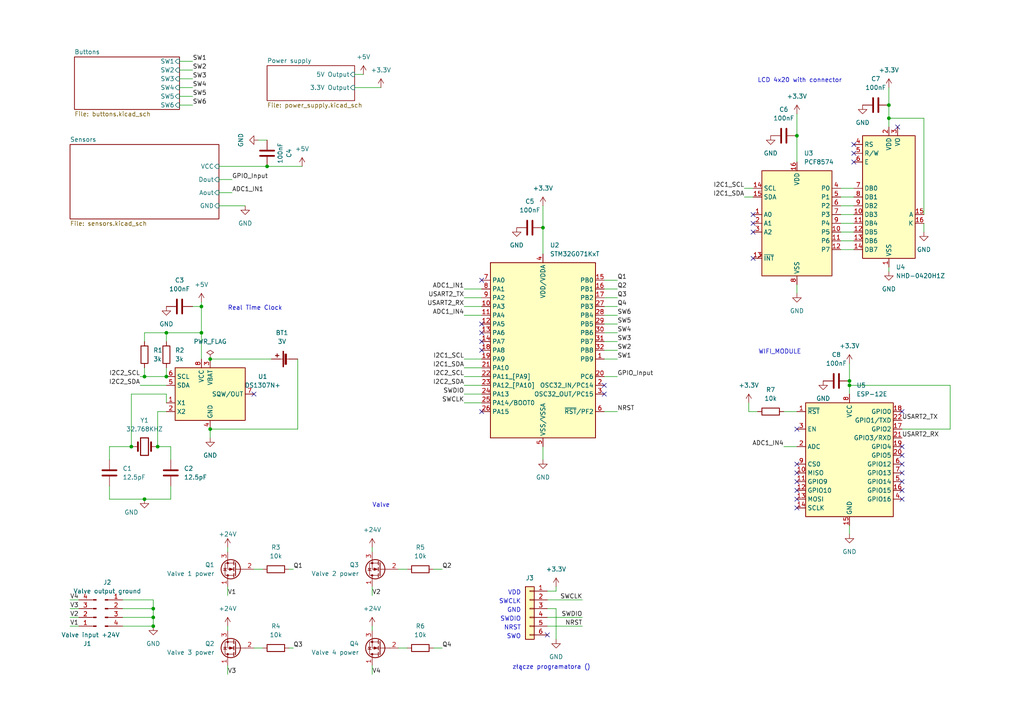
<source format=kicad_sch>
(kicad_sch (version 20211123) (generator eeschema)

  (uuid 69797d10-afcd-46e1-a6fc-adc442858fcd)

  (paper "A4")

  (title_block
    (title "Garden watering system")
    (date "21.11.2022")
    (company "Automatyka bez robotyki")
  )

  (lib_symbols
    (symbol "Connector:Conn_01x04_Male" (pin_names (offset 1.016) hide) (in_bom yes) (on_board yes)
      (property "Reference" "J" (id 0) (at 0 5.08 0)
        (effects (font (size 1.27 1.27)))
      )
      (property "Value" "Conn_01x04_Male" (id 1) (at 0 -7.62 0)
        (effects (font (size 1.27 1.27)))
      )
      (property "Footprint" "" (id 2) (at 0 0 0)
        (effects (font (size 1.27 1.27)) hide)
      )
      (property "Datasheet" "~" (id 3) (at 0 0 0)
        (effects (font (size 1.27 1.27)) hide)
      )
      (property "ki_keywords" "connector" (id 4) (at 0 0 0)
        (effects (font (size 1.27 1.27)) hide)
      )
      (property "ki_description" "Generic connector, single row, 01x04, script generated (kicad-library-utils/schlib/autogen/connector/)" (id 5) (at 0 0 0)
        (effects (font (size 1.27 1.27)) hide)
      )
      (property "ki_fp_filters" "Connector*:*_1x??_*" (id 6) (at 0 0 0)
        (effects (font (size 1.27 1.27)) hide)
      )
      (symbol "Conn_01x04_Male_1_1"
        (polyline
          (pts
            (xy 1.27 -5.08)
            (xy 0.8636 -5.08)
          )
          (stroke (width 0.1524) (type default) (color 0 0 0 0))
          (fill (type none))
        )
        (polyline
          (pts
            (xy 1.27 -2.54)
            (xy 0.8636 -2.54)
          )
          (stroke (width 0.1524) (type default) (color 0 0 0 0))
          (fill (type none))
        )
        (polyline
          (pts
            (xy 1.27 0)
            (xy 0.8636 0)
          )
          (stroke (width 0.1524) (type default) (color 0 0 0 0))
          (fill (type none))
        )
        (polyline
          (pts
            (xy 1.27 2.54)
            (xy 0.8636 2.54)
          )
          (stroke (width 0.1524) (type default) (color 0 0 0 0))
          (fill (type none))
        )
        (rectangle (start 0.8636 -4.953) (end 0 -5.207)
          (stroke (width 0.1524) (type default) (color 0 0 0 0))
          (fill (type outline))
        )
        (rectangle (start 0.8636 -2.413) (end 0 -2.667)
          (stroke (width 0.1524) (type default) (color 0 0 0 0))
          (fill (type outline))
        )
        (rectangle (start 0.8636 0.127) (end 0 -0.127)
          (stroke (width 0.1524) (type default) (color 0 0 0 0))
          (fill (type outline))
        )
        (rectangle (start 0.8636 2.667) (end 0 2.413)
          (stroke (width 0.1524) (type default) (color 0 0 0 0))
          (fill (type outline))
        )
        (pin passive line (at 5.08 2.54 180) (length 3.81)
          (name "Pin_1" (effects (font (size 1.27 1.27))))
          (number "1" (effects (font (size 1.27 1.27))))
        )
        (pin passive line (at 5.08 0 180) (length 3.81)
          (name "Pin_2" (effects (font (size 1.27 1.27))))
          (number "2" (effects (font (size 1.27 1.27))))
        )
        (pin passive line (at 5.08 -2.54 180) (length 3.81)
          (name "Pin_3" (effects (font (size 1.27 1.27))))
          (number "3" (effects (font (size 1.27 1.27))))
        )
        (pin passive line (at 5.08 -5.08 180) (length 3.81)
          (name "Pin_4" (effects (font (size 1.27 1.27))))
          (number "4" (effects (font (size 1.27 1.27))))
        )
      )
    )
    (symbol "Connector_Generic:Conn_01x06" (pin_names (offset 1.016) hide) (in_bom yes) (on_board yes)
      (property "Reference" "J" (id 0) (at 0 7.62 0)
        (effects (font (size 1.27 1.27)))
      )
      (property "Value" "Conn_01x06" (id 1) (at 0 -10.16 0)
        (effects (font (size 1.27 1.27)))
      )
      (property "Footprint" "" (id 2) (at 0 0 0)
        (effects (font (size 1.27 1.27)) hide)
      )
      (property "Datasheet" "~" (id 3) (at 0 0 0)
        (effects (font (size 1.27 1.27)) hide)
      )
      (property "ki_keywords" "connector" (id 4) (at 0 0 0)
        (effects (font (size 1.27 1.27)) hide)
      )
      (property "ki_description" "Generic connector, single row, 01x06, script generated (kicad-library-utils/schlib/autogen/connector/)" (id 5) (at 0 0 0)
        (effects (font (size 1.27 1.27)) hide)
      )
      (property "ki_fp_filters" "Connector*:*_1x??_*" (id 6) (at 0 0 0)
        (effects (font (size 1.27 1.27)) hide)
      )
      (symbol "Conn_01x06_1_1"
        (rectangle (start -1.27 -7.493) (end 0 -7.747)
          (stroke (width 0.1524) (type default) (color 0 0 0 0))
          (fill (type none))
        )
        (rectangle (start -1.27 -4.953) (end 0 -5.207)
          (stroke (width 0.1524) (type default) (color 0 0 0 0))
          (fill (type none))
        )
        (rectangle (start -1.27 -2.413) (end 0 -2.667)
          (stroke (width 0.1524) (type default) (color 0 0 0 0))
          (fill (type none))
        )
        (rectangle (start -1.27 0.127) (end 0 -0.127)
          (stroke (width 0.1524) (type default) (color 0 0 0 0))
          (fill (type none))
        )
        (rectangle (start -1.27 2.667) (end 0 2.413)
          (stroke (width 0.1524) (type default) (color 0 0 0 0))
          (fill (type none))
        )
        (rectangle (start -1.27 5.207) (end 0 4.953)
          (stroke (width 0.1524) (type default) (color 0 0 0 0))
          (fill (type none))
        )
        (rectangle (start -1.27 6.35) (end 1.27 -8.89)
          (stroke (width 0.254) (type default) (color 0 0 0 0))
          (fill (type background))
        )
        (pin passive line (at -5.08 5.08 0) (length 3.81)
          (name "Pin_1" (effects (font (size 1.27 1.27))))
          (number "1" (effects (font (size 1.27 1.27))))
        )
        (pin passive line (at -5.08 2.54 0) (length 3.81)
          (name "Pin_2" (effects (font (size 1.27 1.27))))
          (number "2" (effects (font (size 1.27 1.27))))
        )
        (pin passive line (at -5.08 0 0) (length 3.81)
          (name "Pin_3" (effects (font (size 1.27 1.27))))
          (number "3" (effects (font (size 1.27 1.27))))
        )
        (pin passive line (at -5.08 -2.54 0) (length 3.81)
          (name "Pin_4" (effects (font (size 1.27 1.27))))
          (number "4" (effects (font (size 1.27 1.27))))
        )
        (pin passive line (at -5.08 -5.08 0) (length 3.81)
          (name "Pin_5" (effects (font (size 1.27 1.27))))
          (number "5" (effects (font (size 1.27 1.27))))
        )
        (pin passive line (at -5.08 -7.62 0) (length 3.81)
          (name "Pin_6" (effects (font (size 1.27 1.27))))
          (number "6" (effects (font (size 1.27 1.27))))
        )
      )
    )
    (symbol "Device:Battery_Cell" (pin_numbers hide) (pin_names (offset 0) hide) (in_bom yes) (on_board yes)
      (property "Reference" "BT" (id 0) (at 2.54 2.54 0)
        (effects (font (size 1.27 1.27)) (justify left))
      )
      (property "Value" "Battery_Cell" (id 1) (at 2.54 0 0)
        (effects (font (size 1.27 1.27)) (justify left))
      )
      (property "Footprint" "" (id 2) (at 0 1.524 90)
        (effects (font (size 1.27 1.27)) hide)
      )
      (property "Datasheet" "~" (id 3) (at 0 1.524 90)
        (effects (font (size 1.27 1.27)) hide)
      )
      (property "ki_keywords" "battery cell" (id 4) (at 0 0 0)
        (effects (font (size 1.27 1.27)) hide)
      )
      (property "ki_description" "Single-cell battery" (id 5) (at 0 0 0)
        (effects (font (size 1.27 1.27)) hide)
      )
      (symbol "Battery_Cell_0_1"
        (rectangle (start -2.286 1.778) (end 2.286 1.524)
          (stroke (width 0) (type default) (color 0 0 0 0))
          (fill (type outline))
        )
        (rectangle (start -1.5748 1.1938) (end 1.4732 0.6858)
          (stroke (width 0) (type default) (color 0 0 0 0))
          (fill (type outline))
        )
        (polyline
          (pts
            (xy 0 0.762)
            (xy 0 0)
          )
          (stroke (width 0) (type default) (color 0 0 0 0))
          (fill (type none))
        )
        (polyline
          (pts
            (xy 0 1.778)
            (xy 0 2.54)
          )
          (stroke (width 0) (type default) (color 0 0 0 0))
          (fill (type none))
        )
        (polyline
          (pts
            (xy 0.508 3.429)
            (xy 1.524 3.429)
          )
          (stroke (width 0.254) (type default) (color 0 0 0 0))
          (fill (type none))
        )
        (polyline
          (pts
            (xy 1.016 3.937)
            (xy 1.016 2.921)
          )
          (stroke (width 0.254) (type default) (color 0 0 0 0))
          (fill (type none))
        )
      )
      (symbol "Battery_Cell_1_1"
        (pin passive line (at 0 5.08 270) (length 2.54)
          (name "+" (effects (font (size 1.27 1.27))))
          (number "1" (effects (font (size 1.27 1.27))))
        )
        (pin passive line (at 0 -2.54 90) (length 2.54)
          (name "-" (effects (font (size 1.27 1.27))))
          (number "2" (effects (font (size 1.27 1.27))))
        )
      )
    )
    (symbol "Device:C" (pin_numbers hide) (pin_names (offset 0.254)) (in_bom yes) (on_board yes)
      (property "Reference" "C" (id 0) (at 0.635 2.54 0)
        (effects (font (size 1.27 1.27)) (justify left))
      )
      (property "Value" "C" (id 1) (at 0.635 -2.54 0)
        (effects (font (size 1.27 1.27)) (justify left))
      )
      (property "Footprint" "" (id 2) (at 0.9652 -3.81 0)
        (effects (font (size 1.27 1.27)) hide)
      )
      (property "Datasheet" "~" (id 3) (at 0 0 0)
        (effects (font (size 1.27 1.27)) hide)
      )
      (property "ki_keywords" "cap capacitor" (id 4) (at 0 0 0)
        (effects (font (size 1.27 1.27)) hide)
      )
      (property "ki_description" "Unpolarized capacitor" (id 5) (at 0 0 0)
        (effects (font (size 1.27 1.27)) hide)
      )
      (property "ki_fp_filters" "C_*" (id 6) (at 0 0 0)
        (effects (font (size 1.27 1.27)) hide)
      )
      (symbol "C_0_1"
        (polyline
          (pts
            (xy -2.032 -0.762)
            (xy 2.032 -0.762)
          )
          (stroke (width 0.508) (type default) (color 0 0 0 0))
          (fill (type none))
        )
        (polyline
          (pts
            (xy -2.032 0.762)
            (xy 2.032 0.762)
          )
          (stroke (width 0.508) (type default) (color 0 0 0 0))
          (fill (type none))
        )
      )
      (symbol "C_1_1"
        (pin passive line (at 0 3.81 270) (length 2.794)
          (name "~" (effects (font (size 1.27 1.27))))
          (number "1" (effects (font (size 1.27 1.27))))
        )
        (pin passive line (at 0 -3.81 90) (length 2.794)
          (name "~" (effects (font (size 1.27 1.27))))
          (number "2" (effects (font (size 1.27 1.27))))
        )
      )
    )
    (symbol "Device:Crystal" (pin_numbers hide) (pin_names (offset 1.016) hide) (in_bom yes) (on_board yes)
      (property "Reference" "Y" (id 0) (at 0 3.81 0)
        (effects (font (size 1.27 1.27)))
      )
      (property "Value" "Crystal" (id 1) (at 0 -3.81 0)
        (effects (font (size 1.27 1.27)))
      )
      (property "Footprint" "" (id 2) (at 0 0 0)
        (effects (font (size 1.27 1.27)) hide)
      )
      (property "Datasheet" "~" (id 3) (at 0 0 0)
        (effects (font (size 1.27 1.27)) hide)
      )
      (property "ki_keywords" "quartz ceramic resonator oscillator" (id 4) (at 0 0 0)
        (effects (font (size 1.27 1.27)) hide)
      )
      (property "ki_description" "Two pin crystal" (id 5) (at 0 0 0)
        (effects (font (size 1.27 1.27)) hide)
      )
      (property "ki_fp_filters" "Crystal*" (id 6) (at 0 0 0)
        (effects (font (size 1.27 1.27)) hide)
      )
      (symbol "Crystal_0_1"
        (rectangle (start -1.143 2.54) (end 1.143 -2.54)
          (stroke (width 0.3048) (type default) (color 0 0 0 0))
          (fill (type none))
        )
        (polyline
          (pts
            (xy -2.54 0)
            (xy -1.905 0)
          )
          (stroke (width 0) (type default) (color 0 0 0 0))
          (fill (type none))
        )
        (polyline
          (pts
            (xy -1.905 -1.27)
            (xy -1.905 1.27)
          )
          (stroke (width 0.508) (type default) (color 0 0 0 0))
          (fill (type none))
        )
        (polyline
          (pts
            (xy 1.905 -1.27)
            (xy 1.905 1.27)
          )
          (stroke (width 0.508) (type default) (color 0 0 0 0))
          (fill (type none))
        )
        (polyline
          (pts
            (xy 2.54 0)
            (xy 1.905 0)
          )
          (stroke (width 0) (type default) (color 0 0 0 0))
          (fill (type none))
        )
      )
      (symbol "Crystal_1_1"
        (pin passive line (at -3.81 0 0) (length 1.27)
          (name "1" (effects (font (size 1.27 1.27))))
          (number "1" (effects (font (size 1.27 1.27))))
        )
        (pin passive line (at 3.81 0 180) (length 1.27)
          (name "2" (effects (font (size 1.27 1.27))))
          (number "2" (effects (font (size 1.27 1.27))))
        )
      )
    )
    (symbol "Device:R" (pin_numbers hide) (pin_names (offset 0)) (in_bom yes) (on_board yes)
      (property "Reference" "R" (id 0) (at 2.032 0 90)
        (effects (font (size 1.27 1.27)))
      )
      (property "Value" "R" (id 1) (at 0 0 90)
        (effects (font (size 1.27 1.27)))
      )
      (property "Footprint" "" (id 2) (at -1.778 0 90)
        (effects (font (size 1.27 1.27)) hide)
      )
      (property "Datasheet" "~" (id 3) (at 0 0 0)
        (effects (font (size 1.27 1.27)) hide)
      )
      (property "ki_keywords" "R res resistor" (id 4) (at 0 0 0)
        (effects (font (size 1.27 1.27)) hide)
      )
      (property "ki_description" "Resistor" (id 5) (at 0 0 0)
        (effects (font (size 1.27 1.27)) hide)
      )
      (property "ki_fp_filters" "R_*" (id 6) (at 0 0 0)
        (effects (font (size 1.27 1.27)) hide)
      )
      (symbol "R_0_1"
        (rectangle (start -1.016 -2.54) (end 1.016 2.54)
          (stroke (width 0.254) (type default) (color 0 0 0 0))
          (fill (type none))
        )
      )
      (symbol "R_1_1"
        (pin passive line (at 0 3.81 270) (length 1.27)
          (name "~" (effects (font (size 1.27 1.27))))
          (number "1" (effects (font (size 1.27 1.27))))
        )
        (pin passive line (at 0 -3.81 90) (length 1.27)
          (name "~" (effects (font (size 1.27 1.27))))
          (number "2" (effects (font (size 1.27 1.27))))
        )
      )
    )
    (symbol "Display_Character:NHD-0420H1Z" (in_bom yes) (on_board yes)
      (property "Reference" "U4" (id 0) (at 2.0194 -20.32 0)
        (effects (font (size 1.27 1.27)) (justify left))
      )
      (property "Value" "NHD-0420H1Z" (id 1) (at 2.0194 -22.86 0)
        (effects (font (size 1.27 1.27)) (justify left))
      )
      (property "Footprint" "Display:NHD-0420H1Z" (id 2) (at 0 -22.86 0)
        (effects (font (size 1.27 1.27)) hide)
      )
      (property "Datasheet" "http://www.newhavendisplay.com/specs/NHD-0420H1Z-FSW-GBW-33V3.pdf" (id 3) (at 2.54 -2.54 0)
        (effects (font (size 1.27 1.27)) hide)
      )
      (property "ki_keywords" "display LCD 20x4" (id 4) (at 0 0 0)
        (effects (font (size 1.27 1.27)) hide)
      )
      (property "ki_description" "LCD 20x4 Alphanumeric 16pin Blue/White/Green Backlight, 8bit parallel, 3.3V VDD" (id 5) (at 0 0 0)
        (effects (font (size 1.27 1.27)) hide)
      )
      (property "ki_fp_filters" "NHD*0420H1Z*" (id 6) (at 0 0 0)
        (effects (font (size 1.27 1.27)) hide)
      )
      (symbol "NHD-0420H1Z_0_1"
        (rectangle (start -7.62 17.78) (end 7.62 -17.78)
          (stroke (width 0.254) (type default) (color 0 0 0 0))
          (fill (type background))
        )
      )
      (symbol "NHD-0420H1Z_1_1"
        (pin power_in line (at 0 -20.32 90) (length 2.54)
          (name "VSS" (effects (font (size 1.27 1.27))))
          (number "1" (effects (font (size 1.27 1.27))))
        )
        (pin bidirectional line (at -10.16 -5.08 0) (length 2.54)
          (name "DB3" (effects (font (size 1.27 1.27))))
          (number "10" (effects (font (size 1.27 1.27))))
        )
        (pin bidirectional line (at -10.16 -7.62 0) (length 2.54)
          (name "DB4" (effects (font (size 1.27 1.27))))
          (number "11" (effects (font (size 1.27 1.27))))
        )
        (pin bidirectional line (at -10.16 -10.16 0) (length 2.54)
          (name "DB5" (effects (font (size 1.27 1.27))))
          (number "12" (effects (font (size 1.27 1.27))))
        )
        (pin bidirectional line (at -10.16 -12.7 0) (length 2.54)
          (name "DB6" (effects (font (size 1.27 1.27))))
          (number "13" (effects (font (size 1.27 1.27))))
        )
        (pin bidirectional line (at -10.16 -15.24 0) (length 2.54)
          (name "DB7" (effects (font (size 1.27 1.27))))
          (number "14" (effects (font (size 1.27 1.27))))
        )
        (pin passive line (at 10.16 -5.08 180) (length 2.54)
          (name "A" (effects (font (size 1.27 1.27))))
          (number "15" (effects (font (size 1.27 1.27))))
        )
        (pin passive line (at 10.16 -7.62 180) (length 2.54)
          (name "K" (effects (font (size 1.27 1.27))))
          (number "16" (effects (font (size 1.27 1.27))))
        )
        (pin power_in line (at 0 20.32 270) (length 2.54)
          (name "VDD" (effects (font (size 1.27 1.27))))
          (number "2" (effects (font (size 1.27 1.27))))
        )
        (pin power_in line (at 2.54 20.32 270) (length 2.54)
          (name "VO" (effects (font (size 1.27 1.27))))
          (number "3" (effects (font (size 1.27 1.27))))
        )
        (pin input line (at -10.16 15.24 0) (length 2.54)
          (name "RS" (effects (font (size 1.27 1.27))))
          (number "4" (effects (font (size 1.27 1.27))))
        )
        (pin input line (at -10.16 12.7 0) (length 2.54)
          (name "R/W" (effects (font (size 1.27 1.27))))
          (number "5" (effects (font (size 1.27 1.27))))
        )
        (pin input line (at -10.16 10.16 0) (length 2.54)
          (name "E" (effects (font (size 1.27 1.27))))
          (number "6" (effects (font (size 1.27 1.27))))
        )
        (pin bidirectional line (at -10.16 2.54 0) (length 2.54)
          (name "DB0" (effects (font (size 1.27 1.27))))
          (number "7" (effects (font (size 1.27 1.27))))
        )
        (pin bidirectional line (at -10.16 0 0) (length 2.54)
          (name "DB1" (effects (font (size 1.27 1.27))))
          (number "8" (effects (font (size 1.27 1.27))))
        )
        (pin bidirectional line (at -10.16 -2.54 0) (length 2.54)
          (name "DB2" (effects (font (size 1.27 1.27))))
          (number "9" (effects (font (size 1.27 1.27))))
        )
      )
    )
    (symbol "GND_1" (power) (pin_names (offset 0)) (in_bom yes) (on_board yes)
      (property "Reference" "#PWR" (id 0) (at 0 -6.35 0)
        (effects (font (size 1.27 1.27)) hide)
      )
      (property "Value" "GND_1" (id 1) (at 0 -3.81 0)
        (effects (font (size 1.27 1.27)))
      )
      (property "Footprint" "" (id 2) (at 0 0 0)
        (effects (font (size 1.27 1.27)) hide)
      )
      (property "Datasheet" "" (id 3) (at 0 0 0)
        (effects (font (size 1.27 1.27)) hide)
      )
      (property "ki_keywords" "global power" (id 4) (at 0 0 0)
        (effects (font (size 1.27 1.27)) hide)
      )
      (property "ki_description" "Power symbol creates a global label with name \"GND\" , ground" (id 5) (at 0 0 0)
        (effects (font (size 1.27 1.27)) hide)
      )
      (symbol "GND_1_0_1"
        (polyline
          (pts
            (xy 0 0)
            (xy 0 -1.27)
            (xy 1.27 -1.27)
            (xy 0 -2.54)
            (xy -1.27 -1.27)
            (xy 0 -1.27)
          )
          (stroke (width 0) (type default) (color 0 0 0 0))
          (fill (type none))
        )
      )
      (symbol "GND_1_1_1"
        (pin power_in line (at 0 0 270) (length 0) hide
          (name "GND" (effects (font (size 1.27 1.27))))
          (number "1" (effects (font (size 1.27 1.27))))
        )
      )
    )
    (symbol "Interface_Expansion:PCF8574" (in_bom yes) (on_board yes)
      (property "Reference" "U" (id 0) (at -8.89 16.51 0)
        (effects (font (size 1.27 1.27)) (justify left))
      )
      (property "Value" "PCF8574" (id 1) (at 2.54 16.51 0)
        (effects (font (size 1.27 1.27)) (justify left))
      )
      (property "Footprint" "" (id 2) (at 0 0 0)
        (effects (font (size 1.27 1.27)) hide)
      )
      (property "Datasheet" "http://www.nxp.com/documents/data_sheet/PCF8574_PCF8574A.pdf" (id 3) (at 0 0 0)
        (effects (font (size 1.27 1.27)) hide)
      )
      (property "ki_keywords" "I2C Expander" (id 4) (at 0 0 0)
        (effects (font (size 1.27 1.27)) hide)
      )
      (property "ki_description" "8 Bit Port/Expander to I2C Bus, DIP/SOIC-16" (id 5) (at 0 0 0)
        (effects (font (size 1.27 1.27)) hide)
      )
      (property "ki_fp_filters" "DIP*W7.62mm* SOIC*7.5x10.3mm*P1.27mm*" (id 6) (at 0 0 0)
        (effects (font (size 1.27 1.27)) hide)
      )
      (symbol "PCF8574_0_1"
        (rectangle (start -10.16 15.24) (end 10.16 -15.24)
          (stroke (width 0.254) (type default) (color 0 0 0 0))
          (fill (type background))
        )
      )
      (symbol "PCF8574_1_1"
        (pin input line (at -12.7 2.54 0) (length 2.54)
          (name "A0" (effects (font (size 1.27 1.27))))
          (number "1" (effects (font (size 1.27 1.27))))
        )
        (pin bidirectional line (at 12.7 -2.54 180) (length 2.54)
          (name "P5" (effects (font (size 1.27 1.27))))
          (number "10" (effects (font (size 1.27 1.27))))
        )
        (pin bidirectional line (at 12.7 -5.08 180) (length 2.54)
          (name "P6" (effects (font (size 1.27 1.27))))
          (number "11" (effects (font (size 1.27 1.27))))
        )
        (pin bidirectional line (at 12.7 -7.62 180) (length 2.54)
          (name "P7" (effects (font (size 1.27 1.27))))
          (number "12" (effects (font (size 1.27 1.27))))
        )
        (pin open_collector output_low (at -12.7 -10.16 0) (length 2.54)
          (name "~{INT}" (effects (font (size 1.27 1.27))))
          (number "13" (effects (font (size 1.27 1.27))))
        )
        (pin input line (at -12.7 10.16 0) (length 2.54)
          (name "SCL" (effects (font (size 1.27 1.27))))
          (number "14" (effects (font (size 1.27 1.27))))
        )
        (pin bidirectional line (at -12.7 7.62 0) (length 2.54)
          (name "SDA" (effects (font (size 1.27 1.27))))
          (number "15" (effects (font (size 1.27 1.27))))
        )
        (pin power_in line (at 0 17.78 270) (length 2.54)
          (name "VDD" (effects (font (size 1.27 1.27))))
          (number "16" (effects (font (size 1.27 1.27))))
        )
        (pin input line (at -12.7 0 0) (length 2.54)
          (name "A1" (effects (font (size 1.27 1.27))))
          (number "2" (effects (font (size 1.27 1.27))))
        )
        (pin input line (at -12.7 -2.54 0) (length 2.54)
          (name "A2" (effects (font (size 1.27 1.27))))
          (number "3" (effects (font (size 1.27 1.27))))
        )
        (pin bidirectional line (at 12.7 10.16 180) (length 2.54)
          (name "P0" (effects (font (size 1.27 1.27))))
          (number "4" (effects (font (size 1.27 1.27))))
        )
        (pin bidirectional line (at 12.7 7.62 180) (length 2.54)
          (name "P1" (effects (font (size 1.27 1.27))))
          (number "5" (effects (font (size 1.27 1.27))))
        )
        (pin bidirectional line (at 12.7 5.08 180) (length 2.54)
          (name "P2" (effects (font (size 1.27 1.27))))
          (number "6" (effects (font (size 1.27 1.27))))
        )
        (pin bidirectional line (at 12.7 2.54 180) (length 2.54)
          (name "P3" (effects (font (size 1.27 1.27))))
          (number "7" (effects (font (size 1.27 1.27))))
        )
        (pin power_in line (at 0 -17.78 90) (length 2.54)
          (name "VSS" (effects (font (size 1.27 1.27))))
          (number "8" (effects (font (size 1.27 1.27))))
        )
        (pin bidirectional line (at 12.7 0 180) (length 2.54)
          (name "P4" (effects (font (size 1.27 1.27))))
          (number "9" (effects (font (size 1.27 1.27))))
        )
      )
    )
    (symbol "MCU_ST_STM32G0:STM32G071KxT" (in_bom yes) (on_board yes)
      (property "Reference" "U" (id 0) (at -15.24 26.67 0)
        (effects (font (size 1.27 1.27)) (justify left))
      )
      (property "Value" "STM32G071KxT" (id 1) (at 1.27 26.67 0)
        (effects (font (size 1.27 1.27)) (justify left))
      )
      (property "Footprint" "Package_QFP:LQFP-32_7x7mm_P0.8mm" (id 2) (at -2.54 -26.67 0)
        (effects (font (size 1.27 1.27)) (justify right) hide)
      )
      (property "Datasheet" "https://www.st.com/resource/en/datasheet/stm32g071kb.pdf" (id 3) (at 0 0 0)
        (effects (font (size 1.27 1.27)) hide)
      )
      (property "ki_keywords" "ARM Cortex-M0+ STM32G0 STM32G071" (id 4) (at 0 0 0)
        (effects (font (size 1.27 1.27)) hide)
      )
      (property "ki_description" "ARM Cortex-M0+ MCU, 64/128 kB flash, 36 kB SRAM, 64 MHz, 1.7-3.6 V, 30 GPIO, LQFP-32" (id 5) (at 0 0 0)
        (effects (font (size 1.27 1.27)) hide)
      )
      (property "ki_fp_filters" "LQFP*7x7mm*P0.8mm*" (id 6) (at 0 0 0)
        (effects (font (size 1.27 1.27)) hide)
      )
      (symbol "STM32G071KxT_0_1"
        (rectangle (start -15.24 -25.4) (end 15.24 25.4)
          (stroke (width 0.254) (type default) (color 0 0 0 0))
          (fill (type background))
        )
      )
      (symbol "STM32G071KxT_1_1"
        (pin bidirectional line (at 17.78 -2.54 180) (length 2.54)
          (name "PB9" (effects (font (size 1.27 1.27))))
          (number "1" (effects (font (size 1.27 1.27))))
        )
        (pin bidirectional line (at -17.78 12.7 0) (length 2.54)
          (name "PA3" (effects (font (size 1.27 1.27))))
          (number "10" (effects (font (size 1.27 1.27))))
        )
        (pin bidirectional line (at -17.78 10.16 0) (length 2.54)
          (name "PA4" (effects (font (size 1.27 1.27))))
          (number "11" (effects (font (size 1.27 1.27))))
        )
        (pin bidirectional line (at -17.78 7.62 0) (length 2.54)
          (name "PA5" (effects (font (size 1.27 1.27))))
          (number "12" (effects (font (size 1.27 1.27))))
        )
        (pin bidirectional line (at -17.78 5.08 0) (length 2.54)
          (name "PA6" (effects (font (size 1.27 1.27))))
          (number "13" (effects (font (size 1.27 1.27))))
        )
        (pin bidirectional line (at -17.78 2.54 0) (length 2.54)
          (name "PA7" (effects (font (size 1.27 1.27))))
          (number "14" (effects (font (size 1.27 1.27))))
        )
        (pin bidirectional line (at 17.78 20.32 180) (length 2.54)
          (name "PB0" (effects (font (size 1.27 1.27))))
          (number "15" (effects (font (size 1.27 1.27))))
        )
        (pin bidirectional line (at 17.78 17.78 180) (length 2.54)
          (name "PB1" (effects (font (size 1.27 1.27))))
          (number "16" (effects (font (size 1.27 1.27))))
        )
        (pin bidirectional line (at 17.78 15.24 180) (length 2.54)
          (name "PB2" (effects (font (size 1.27 1.27))))
          (number "17" (effects (font (size 1.27 1.27))))
        )
        (pin bidirectional line (at -17.78 0 0) (length 2.54)
          (name "PA8" (effects (font (size 1.27 1.27))))
          (number "18" (effects (font (size 1.27 1.27))))
        )
        (pin bidirectional line (at -17.78 -2.54 0) (length 2.54)
          (name "PA9" (effects (font (size 1.27 1.27))))
          (number "19" (effects (font (size 1.27 1.27))))
        )
        (pin bidirectional line (at 17.78 -10.16 180) (length 2.54)
          (name "OSC32_IN/PC14" (effects (font (size 1.27 1.27))))
          (number "2" (effects (font (size 1.27 1.27))))
        )
        (pin bidirectional line (at 17.78 -7.62 180) (length 2.54)
          (name "PC6" (effects (font (size 1.27 1.27))))
          (number "20" (effects (font (size 1.27 1.27))))
        )
        (pin bidirectional line (at -17.78 -5.08 0) (length 2.54)
          (name "PA10" (effects (font (size 1.27 1.27))))
          (number "21" (effects (font (size 1.27 1.27))))
        )
        (pin bidirectional line (at -17.78 -7.62 0) (length 2.54)
          (name "PA11_[PA9]" (effects (font (size 1.27 1.27))))
          (number "22" (effects (font (size 1.27 1.27))))
        )
        (pin bidirectional line (at -17.78 -10.16 0) (length 2.54)
          (name "PA12_[PA10]" (effects (font (size 1.27 1.27))))
          (number "23" (effects (font (size 1.27 1.27))))
        )
        (pin bidirectional line (at -17.78 -12.7 0) (length 2.54)
          (name "PA13" (effects (font (size 1.27 1.27))))
          (number "24" (effects (font (size 1.27 1.27))))
        )
        (pin bidirectional line (at -17.78 -15.24 0) (length 2.54)
          (name "PA14/BOOT0" (effects (font (size 1.27 1.27))))
          (number "25" (effects (font (size 1.27 1.27))))
        )
        (pin bidirectional line (at -17.78 -17.78 0) (length 2.54)
          (name "PA15" (effects (font (size 1.27 1.27))))
          (number "26" (effects (font (size 1.27 1.27))))
        )
        (pin bidirectional line (at 17.78 12.7 180) (length 2.54)
          (name "PB3" (effects (font (size 1.27 1.27))))
          (number "27" (effects (font (size 1.27 1.27))))
        )
        (pin bidirectional line (at 17.78 10.16 180) (length 2.54)
          (name "PB4" (effects (font (size 1.27 1.27))))
          (number "28" (effects (font (size 1.27 1.27))))
        )
        (pin bidirectional line (at 17.78 7.62 180) (length 2.54)
          (name "PB5" (effects (font (size 1.27 1.27))))
          (number "29" (effects (font (size 1.27 1.27))))
        )
        (pin bidirectional line (at 17.78 -12.7 180) (length 2.54)
          (name "OSC32_OUT/PC15" (effects (font (size 1.27 1.27))))
          (number "3" (effects (font (size 1.27 1.27))))
        )
        (pin bidirectional line (at 17.78 5.08 180) (length 2.54)
          (name "PB6" (effects (font (size 1.27 1.27))))
          (number "30" (effects (font (size 1.27 1.27))))
        )
        (pin bidirectional line (at 17.78 2.54 180) (length 2.54)
          (name "PB7" (effects (font (size 1.27 1.27))))
          (number "31" (effects (font (size 1.27 1.27))))
        )
        (pin bidirectional line (at 17.78 0 180) (length 2.54)
          (name "PB8" (effects (font (size 1.27 1.27))))
          (number "32" (effects (font (size 1.27 1.27))))
        )
        (pin power_in line (at 0 27.94 270) (length 2.54)
          (name "VDD/VDDA" (effects (font (size 1.27 1.27))))
          (number "4" (effects (font (size 1.27 1.27))))
        )
        (pin power_in line (at 0 -27.94 90) (length 2.54)
          (name "VSS/VSSA" (effects (font (size 1.27 1.27))))
          (number "5" (effects (font (size 1.27 1.27))))
        )
        (pin bidirectional line (at 17.78 -17.78 180) (length 2.54)
          (name "~{RST}/PF2" (effects (font (size 1.27 1.27))))
          (number "6" (effects (font (size 1.27 1.27))))
        )
        (pin bidirectional line (at -17.78 20.32 0) (length 2.54)
          (name "PA0" (effects (font (size 1.27 1.27))))
          (number "7" (effects (font (size 1.27 1.27))))
        )
        (pin bidirectional line (at -17.78 17.78 0) (length 2.54)
          (name "PA1" (effects (font (size 1.27 1.27))))
          (number "8" (effects (font (size 1.27 1.27))))
        )
        (pin bidirectional line (at -17.78 15.24 0) (length 2.54)
          (name "PA2" (effects (font (size 1.27 1.27))))
          (number "9" (effects (font (size 1.27 1.27))))
        )
      )
    )
    (symbol "PWR_FLAG_1" (power) (pin_numbers hide) (pin_names (offset 0) hide) (in_bom yes) (on_board yes)
      (property "Reference" "#FLG" (id 0) (at 0 1.905 0)
        (effects (font (size 1.27 1.27)) hide)
      )
      (property "Value" "PWR_FLAG_1" (id 1) (at 0 3.81 0)
        (effects (font (size 1.27 1.27)))
      )
      (property "Footprint" "" (id 2) (at 0 0 0)
        (effects (font (size 1.27 1.27)) hide)
      )
      (property "Datasheet" "~" (id 3) (at 0 0 0)
        (effects (font (size 1.27 1.27)) hide)
      )
      (property "ki_keywords" "flag power" (id 4) (at 0 0 0)
        (effects (font (size 1.27 1.27)) hide)
      )
      (property "ki_description" "Special symbol for telling ERC where power comes from" (id 5) (at 0 0 0)
        (effects (font (size 1.27 1.27)) hide)
      )
      (symbol "PWR_FLAG_1_0_0"
        (pin power_out line (at 0 0 90) (length 0)
          (name "pwr" (effects (font (size 1.27 1.27))))
          (number "1" (effects (font (size 1.27 1.27))))
        )
      )
      (symbol "PWR_FLAG_1_0_1"
        (polyline
          (pts
            (xy 0 0)
            (xy 0 1.27)
            (xy -1.016 1.905)
            (xy 0 2.54)
            (xy 1.016 1.905)
            (xy 0 1.27)
          )
          (stroke (width 0) (type default) (color 0 0 0 0))
          (fill (type none))
        )
      )
    )
    (symbol "RF_Module:ESP-12E" (in_bom yes) (on_board yes)
      (property "Reference" "U" (id 0) (at -12.7 19.05 0)
        (effects (font (size 1.27 1.27)) (justify left))
      )
      (property "Value" "ESP-12E" (id 1) (at 12.7 19.05 0)
        (effects (font (size 1.27 1.27)) (justify right))
      )
      (property "Footprint" "RF_Module:ESP-12E" (id 2) (at 0 0 0)
        (effects (font (size 1.27 1.27)) hide)
      )
      (property "Datasheet" "http://wiki.ai-thinker.com/_media/esp8266/esp8266_series_modules_user_manual_v1.1.pdf" (id 3) (at -8.89 2.54 0)
        (effects (font (size 1.27 1.27)) hide)
      )
      (property "ki_keywords" "802.11 Wi-Fi" (id 4) (at 0 0 0)
        (effects (font (size 1.27 1.27)) hide)
      )
      (property "ki_description" "802.11 b/g/n Wi-Fi Module" (id 5) (at 0 0 0)
        (effects (font (size 1.27 1.27)) hide)
      )
      (property "ki_fp_filters" "ESP?12*" (id 6) (at 0 0 0)
        (effects (font (size 1.27 1.27)) hide)
      )
      (symbol "ESP-12E_0_1"
        (rectangle (start -12.7 17.78) (end 12.7 -15.24)
          (stroke (width 0.254) (type default) (color 0 0 0 0))
          (fill (type background))
        )
      )
      (symbol "ESP-12E_1_1"
        (pin input line (at -15.24 15.24 0) (length 2.54)
          (name "~{RST}" (effects (font (size 1.27 1.27))))
          (number "1" (effects (font (size 1.27 1.27))))
        )
        (pin bidirectional line (at -15.24 -2.54 0) (length 2.54)
          (name "MISO" (effects (font (size 1.27 1.27))))
          (number "10" (effects (font (size 1.27 1.27))))
        )
        (pin bidirectional line (at -15.24 -5.08 0) (length 2.54)
          (name "GPIO9" (effects (font (size 1.27 1.27))))
          (number "11" (effects (font (size 1.27 1.27))))
        )
        (pin bidirectional line (at -15.24 -7.62 0) (length 2.54)
          (name "GPIO10" (effects (font (size 1.27 1.27))))
          (number "12" (effects (font (size 1.27 1.27))))
        )
        (pin bidirectional line (at -15.24 -10.16 0) (length 2.54)
          (name "MOSI" (effects (font (size 1.27 1.27))))
          (number "13" (effects (font (size 1.27 1.27))))
        )
        (pin bidirectional line (at -15.24 -12.7 0) (length 2.54)
          (name "SCLK" (effects (font (size 1.27 1.27))))
          (number "14" (effects (font (size 1.27 1.27))))
        )
        (pin power_in line (at 0 -17.78 90) (length 2.54)
          (name "GND" (effects (font (size 1.27 1.27))))
          (number "15" (effects (font (size 1.27 1.27))))
        )
        (pin bidirectional line (at 15.24 -7.62 180) (length 2.54)
          (name "GPIO15" (effects (font (size 1.27 1.27))))
          (number "16" (effects (font (size 1.27 1.27))))
        )
        (pin bidirectional line (at 15.24 10.16 180) (length 2.54)
          (name "GPIO2" (effects (font (size 1.27 1.27))))
          (number "17" (effects (font (size 1.27 1.27))))
        )
        (pin bidirectional line (at 15.24 15.24 180) (length 2.54)
          (name "GPIO0" (effects (font (size 1.27 1.27))))
          (number "18" (effects (font (size 1.27 1.27))))
        )
        (pin bidirectional line (at 15.24 5.08 180) (length 2.54)
          (name "GPIO4" (effects (font (size 1.27 1.27))))
          (number "19" (effects (font (size 1.27 1.27))))
        )
        (pin input line (at -15.24 5.08 0) (length 2.54)
          (name "ADC" (effects (font (size 1.27 1.27))))
          (number "2" (effects (font (size 1.27 1.27))))
        )
        (pin bidirectional line (at 15.24 2.54 180) (length 2.54)
          (name "GPIO5" (effects (font (size 1.27 1.27))))
          (number "20" (effects (font (size 1.27 1.27))))
        )
        (pin bidirectional line (at 15.24 7.62 180) (length 2.54)
          (name "GPIO3/RXD" (effects (font (size 1.27 1.27))))
          (number "21" (effects (font (size 1.27 1.27))))
        )
        (pin bidirectional line (at 15.24 12.7 180) (length 2.54)
          (name "GPIO1/TXD" (effects (font (size 1.27 1.27))))
          (number "22" (effects (font (size 1.27 1.27))))
        )
        (pin input line (at -15.24 10.16 0) (length 2.54)
          (name "EN" (effects (font (size 1.27 1.27))))
          (number "3" (effects (font (size 1.27 1.27))))
        )
        (pin bidirectional line (at 15.24 -10.16 180) (length 2.54)
          (name "GPIO16" (effects (font (size 1.27 1.27))))
          (number "4" (effects (font (size 1.27 1.27))))
        )
        (pin bidirectional line (at 15.24 -5.08 180) (length 2.54)
          (name "GPIO14" (effects (font (size 1.27 1.27))))
          (number "5" (effects (font (size 1.27 1.27))))
        )
        (pin bidirectional line (at 15.24 0 180) (length 2.54)
          (name "GPIO12" (effects (font (size 1.27 1.27))))
          (number "6" (effects (font (size 1.27 1.27))))
        )
        (pin bidirectional line (at 15.24 -2.54 180) (length 2.54)
          (name "GPIO13" (effects (font (size 1.27 1.27))))
          (number "7" (effects (font (size 1.27 1.27))))
        )
        (pin power_in line (at 0 20.32 270) (length 2.54)
          (name "VCC" (effects (font (size 1.27 1.27))))
          (number "8" (effects (font (size 1.27 1.27))))
        )
        (pin input line (at -15.24 0 0) (length 2.54)
          (name "CS0" (effects (font (size 1.27 1.27))))
          (number "9" (effects (font (size 1.27 1.27))))
        )
      )
    )
    (symbol "Timer_RTC:DS1307N+" (in_bom yes) (on_board yes)
      (property "Reference" "U" (id 0) (at -8.89 8.89 0)
        (effects (font (size 1.27 1.27)))
      )
      (property "Value" "DS1307N+" (id 1) (at 1.27 8.89 0)
        (effects (font (size 1.27 1.27)) (justify left))
      )
      (property "Footprint" "Package_DIP:DIP-8_W7.62mm" (id 2) (at 0 -12.7 0)
        (effects (font (size 1.27 1.27)) hide)
      )
      (property "Datasheet" "https://datasheets.maximintegrated.com/en/ds/DS1307.pdf" (id 3) (at 0 -5.08 0)
        (effects (font (size 1.27 1.27)) hide)
      )
      (property "ki_keywords" "RTC, Trickle-Charge Timekeeping Chip" (id 4) (at 0 0 0)
        (effects (font (size 1.27 1.27)) hide)
      )
      (property "ki_description" "64 x 8, Serial, I2C Real-time clock, 4.5V to 5.5V VCC, -40°C to +85°C, DIP-8" (id 5) (at 0 0 0)
        (effects (font (size 1.27 1.27)) hide)
      )
      (property "ki_fp_filters" "DIP*W7.62mm*" (id 6) (at 0 0 0)
        (effects (font (size 1.27 1.27)) hide)
      )
      (symbol "DS1307N+_0_1"
        (rectangle (start -10.16 7.62) (end 10.16 -7.62)
          (stroke (width 0.254) (type default) (color 0 0 0 0))
          (fill (type background))
        )
      )
      (symbol "DS1307N+_1_1"
        (pin input line (at -12.7 -2.54 0) (length 2.54)
          (name "X1" (effects (font (size 1.27 1.27))))
          (number "1" (effects (font (size 1.27 1.27))))
        )
        (pin input line (at -12.7 -5.08 0) (length 2.54)
          (name "X2" (effects (font (size 1.27 1.27))))
          (number "2" (effects (font (size 1.27 1.27))))
        )
        (pin power_in line (at 0 10.16 270) (length 2.54)
          (name "VBAT" (effects (font (size 1.27 1.27))))
          (number "3" (effects (font (size 1.27 1.27))))
        )
        (pin power_in line (at 0 -10.16 90) (length 2.54)
          (name "GND" (effects (font (size 1.27 1.27))))
          (number "4" (effects (font (size 1.27 1.27))))
        )
        (pin bidirectional line (at -12.7 2.54 0) (length 2.54)
          (name "SDA" (effects (font (size 1.27 1.27))))
          (number "5" (effects (font (size 1.27 1.27))))
        )
        (pin input line (at -12.7 5.08 0) (length 2.54)
          (name "SCL" (effects (font (size 1.27 1.27))))
          (number "6" (effects (font (size 1.27 1.27))))
        )
        (pin open_collector line (at 12.7 0 180) (length 2.54)
          (name "SQW/OUT" (effects (font (size 1.27 1.27))))
          (number "7" (effects (font (size 1.27 1.27))))
        )
        (pin power_in line (at -2.54 10.16 270) (length 2.54)
          (name "VCC" (effects (font (size 1.27 1.27))))
          (number "8" (effects (font (size 1.27 1.27))))
        )
      )
    )
    (symbol "Transistor_FET:IRL6283M" (pin_names hide) (in_bom yes) (on_board yes)
      (property "Reference" "Q" (id 0) (at 5.08 1.905 0)
        (effects (font (size 1.27 1.27)) (justify left))
      )
      (property "Value" "IRL6283M" (id 1) (at 5.08 0 0)
        (effects (font (size 1.27 1.27)) (justify left))
      )
      (property "Footprint" "Package_DirectFET:DirectFET_MD" (id 2) (at 0 0 0)
        (effects (font (size 1.27 1.27) italic) hide)
      )
      (property "Datasheet" "https://www.infineon.com/dgdl/irl6283mpbf.pdf?fileId=5546d462533600a40153565fe9452573" (id 3) (at 0 0 0)
        (effects (font (size 1.27 1.27)) (justify left) hide)
      )
      (property "ki_keywords" "N-Channel HEXFET MOSFET IRFET" (id 4) (at 0 0 0)
        (effects (font (size 1.27 1.27)) hide)
      )
      (property "ki_description" "38A Id, 20V Vds, 0.75mOhm Rds, N-Channel HEXFET Power MOSFET, DirectFET MD" (id 5) (at 0 0 0)
        (effects (font (size 1.27 1.27)) hide)
      )
      (property "ki_fp_filters" "DirectFET*MD*" (id 6) (at 0 0 0)
        (effects (font (size 1.27 1.27)) hide)
      )
      (symbol "IRL6283M_0_1"
        (polyline
          (pts
            (xy 0.254 0)
            (xy -2.54 0)
          )
          (stroke (width 0) (type default) (color 0 0 0 0))
          (fill (type none))
        )
        (polyline
          (pts
            (xy 0.254 1.905)
            (xy 0.254 -1.905)
          )
          (stroke (width 0.254) (type default) (color 0 0 0 0))
          (fill (type none))
        )
        (polyline
          (pts
            (xy 0.762 -1.27)
            (xy 0.762 -2.286)
          )
          (stroke (width 0.254) (type default) (color 0 0 0 0))
          (fill (type none))
        )
        (polyline
          (pts
            (xy 0.762 0.508)
            (xy 0.762 -0.508)
          )
          (stroke (width 0.254) (type default) (color 0 0 0 0))
          (fill (type none))
        )
        (polyline
          (pts
            (xy 0.762 2.286)
            (xy 0.762 1.27)
          )
          (stroke (width 0.254) (type default) (color 0 0 0 0))
          (fill (type none))
        )
        (polyline
          (pts
            (xy 2.54 2.54)
            (xy 2.54 1.778)
          )
          (stroke (width 0) (type default) (color 0 0 0 0))
          (fill (type none))
        )
        (polyline
          (pts
            (xy 2.54 -2.54)
            (xy 2.54 0)
            (xy 0.762 0)
          )
          (stroke (width 0) (type default) (color 0 0 0 0))
          (fill (type none))
        )
        (polyline
          (pts
            (xy 0.762 -1.778)
            (xy 3.302 -1.778)
            (xy 3.302 1.778)
            (xy 0.762 1.778)
          )
          (stroke (width 0) (type default) (color 0 0 0 0))
          (fill (type none))
        )
        (polyline
          (pts
            (xy 1.016 0)
            (xy 2.032 0.381)
            (xy 2.032 -0.381)
            (xy 1.016 0)
          )
          (stroke (width 0) (type default) (color 0 0 0 0))
          (fill (type outline))
        )
        (polyline
          (pts
            (xy 2.794 0.508)
            (xy 2.921 0.381)
            (xy 3.683 0.381)
            (xy 3.81 0.254)
          )
          (stroke (width 0) (type default) (color 0 0 0 0))
          (fill (type none))
        )
        (polyline
          (pts
            (xy 3.302 0.381)
            (xy 2.921 -0.254)
            (xy 3.683 -0.254)
            (xy 3.302 0.381)
          )
          (stroke (width 0) (type default) (color 0 0 0 0))
          (fill (type none))
        )
        (circle (center 1.651 0) (radius 2.794)
          (stroke (width 0.254) (type default) (color 0 0 0 0))
          (fill (type none))
        )
        (circle (center 2.54 -1.778) (radius 0.254)
          (stroke (width 0) (type default) (color 0 0 0 0))
          (fill (type outline))
        )
        (circle (center 2.54 1.778) (radius 0.254)
          (stroke (width 0) (type default) (color 0 0 0 0))
          (fill (type outline))
        )
      )
      (symbol "IRL6283M_1_1"
        (pin passive line (at 2.54 5.08 270) (length 2.54)
          (name "D" (effects (font (size 1.27 1.27))))
          (number "1" (effects (font (size 1.27 1.27))))
        )
        (pin input line (at -5.08 0 0) (length 2.54)
          (name "G" (effects (font (size 1.27 1.27))))
          (number "2" (effects (font (size 1.27 1.27))))
        )
        (pin passive line (at 2.54 -5.08 90) (length 2.54)
          (name "S" (effects (font (size 1.27 1.27))))
          (number "3" (effects (font (size 1.27 1.27))))
        )
      )
    )
    (symbol "power:+24V" (power) (pin_names (offset 0)) (in_bom yes) (on_board yes)
      (property "Reference" "#PWR" (id 0) (at 0 -3.81 0)
        (effects (font (size 1.27 1.27)) hide)
      )
      (property "Value" "+24V" (id 1) (at 0 3.556 0)
        (effects (font (size 1.27 1.27)))
      )
      (property "Footprint" "" (id 2) (at 0 0 0)
        (effects (font (size 1.27 1.27)) hide)
      )
      (property "Datasheet" "" (id 3) (at 0 0 0)
        (effects (font (size 1.27 1.27)) hide)
      )
      (property "ki_keywords" "power-flag" (id 4) (at 0 0 0)
        (effects (font (size 1.27 1.27)) hide)
      )
      (property "ki_description" "Power symbol creates a global label with name \"+24V\"" (id 5) (at 0 0 0)
        (effects (font (size 1.27 1.27)) hide)
      )
      (symbol "+24V_0_1"
        (polyline
          (pts
            (xy -0.762 1.27)
            (xy 0 2.54)
          )
          (stroke (width 0) (type default) (color 0 0 0 0))
          (fill (type none))
        )
        (polyline
          (pts
            (xy 0 0)
            (xy 0 2.54)
          )
          (stroke (width 0) (type default) (color 0 0 0 0))
          (fill (type none))
        )
        (polyline
          (pts
            (xy 0 2.54)
            (xy 0.762 1.27)
          )
          (stroke (width 0) (type default) (color 0 0 0 0))
          (fill (type none))
        )
      )
      (symbol "+24V_1_1"
        (pin power_in line (at 0 0 90) (length 0) hide
          (name "+24V" (effects (font (size 1.27 1.27))))
          (number "1" (effects (font (size 1.27 1.27))))
        )
      )
    )
    (symbol "power:+3.3V" (power) (pin_names (offset 0)) (in_bom yes) (on_board yes)
      (property "Reference" "#PWR" (id 0) (at 0 -3.81 0)
        (effects (font (size 1.27 1.27)) hide)
      )
      (property "Value" "+3.3V" (id 1) (at 0 3.556 0)
        (effects (font (size 1.27 1.27)))
      )
      (property "Footprint" "" (id 2) (at 0 0 0)
        (effects (font (size 1.27 1.27)) hide)
      )
      (property "Datasheet" "" (id 3) (at 0 0 0)
        (effects (font (size 1.27 1.27)) hide)
      )
      (property "ki_keywords" "power-flag" (id 4) (at 0 0 0)
        (effects (font (size 1.27 1.27)) hide)
      )
      (property "ki_description" "Power symbol creates a global label with name \"+3.3V\"" (id 5) (at 0 0 0)
        (effects (font (size 1.27 1.27)) hide)
      )
      (symbol "+3.3V_0_1"
        (polyline
          (pts
            (xy -0.762 1.27)
            (xy 0 2.54)
          )
          (stroke (width 0) (type default) (color 0 0 0 0))
          (fill (type none))
        )
        (polyline
          (pts
            (xy 0 0)
            (xy 0 2.54)
          )
          (stroke (width 0) (type default) (color 0 0 0 0))
          (fill (type none))
        )
        (polyline
          (pts
            (xy 0 2.54)
            (xy 0.762 1.27)
          )
          (stroke (width 0) (type default) (color 0 0 0 0))
          (fill (type none))
        )
      )
      (symbol "+3.3V_1_1"
        (pin power_in line (at 0 0 90) (length 0) hide
          (name "+3.3V" (effects (font (size 1.27 1.27))))
          (number "1" (effects (font (size 1.27 1.27))))
        )
      )
    )
    (symbol "power:+5V" (power) (pin_names (offset 0)) (in_bom yes) (on_board yes)
      (property "Reference" "#PWR" (id 0) (at 0 -3.81 0)
        (effects (font (size 1.27 1.27)) hide)
      )
      (property "Value" "+5V" (id 1) (at 0 3.556 0)
        (effects (font (size 1.27 1.27)))
      )
      (property "Footprint" "" (id 2) (at 0 0 0)
        (effects (font (size 1.27 1.27)) hide)
      )
      (property "Datasheet" "" (id 3) (at 0 0 0)
        (effects (font (size 1.27 1.27)) hide)
      )
      (property "ki_keywords" "power-flag" (id 4) (at 0 0 0)
        (effects (font (size 1.27 1.27)) hide)
      )
      (property "ki_description" "Power symbol creates a global label with name \"+5V\"" (id 5) (at 0 0 0)
        (effects (font (size 1.27 1.27)) hide)
      )
      (symbol "+5V_0_1"
        (polyline
          (pts
            (xy -0.762 1.27)
            (xy 0 2.54)
          )
          (stroke (width 0) (type default) (color 0 0 0 0))
          (fill (type none))
        )
        (polyline
          (pts
            (xy 0 0)
            (xy 0 2.54)
          )
          (stroke (width 0) (type default) (color 0 0 0 0))
          (fill (type none))
        )
        (polyline
          (pts
            (xy 0 2.54)
            (xy 0.762 1.27)
          )
          (stroke (width 0) (type default) (color 0 0 0 0))
          (fill (type none))
        )
      )
      (symbol "+5V_1_1"
        (pin power_in line (at 0 0 90) (length 0) hide
          (name "+5V" (effects (font (size 1.27 1.27))))
          (number "1" (effects (font (size 1.27 1.27))))
        )
      )
    )
    (symbol "power:GND" (power) (pin_names (offset 0)) (in_bom yes) (on_board yes)
      (property "Reference" "#PWR" (id 0) (at 0 -6.35 0)
        (effects (font (size 1.27 1.27)) hide)
      )
      (property "Value" "GND" (id 1) (at 0 -3.81 0)
        (effects (font (size 1.27 1.27)))
      )
      (property "Footprint" "" (id 2) (at 0 0 0)
        (effects (font (size 1.27 1.27)) hide)
      )
      (property "Datasheet" "" (id 3) (at 0 0 0)
        (effects (font (size 1.27 1.27)) hide)
      )
      (property "ki_keywords" "power-flag" (id 4) (at 0 0 0)
        (effects (font (size 1.27 1.27)) hide)
      )
      (property "ki_description" "Power symbol creates a global label with name \"GND\" , ground" (id 5) (at 0 0 0)
        (effects (font (size 1.27 1.27)) hide)
      )
      (symbol "GND_0_1"
        (polyline
          (pts
            (xy 0 0)
            (xy 0 -1.27)
            (xy 1.27 -1.27)
            (xy 0 -2.54)
            (xy -1.27 -1.27)
            (xy 0 -1.27)
          )
          (stroke (width 0) (type default) (color 0 0 0 0))
          (fill (type none))
        )
      )
      (symbol "GND_1_1"
        (pin power_in line (at 0 0 270) (length 0) hide
          (name "GND" (effects (font (size 1.27 1.27))))
          (number "1" (effects (font (size 1.27 1.27))))
        )
      )
    )
  )


  (junction (at 58.42 88.9) (diameter 0) (color 0 0 0 0)
    (uuid 0a784aaf-14e0-4b65-9f0b-50cd223c1a1b)
  )
  (junction (at 157.48 66.04) (diameter 0) (color 0 0 0 0)
    (uuid 11ceffbf-a170-48a6-a972-0f09cf48ea52)
  )
  (junction (at 44.45 176.53) (diameter 0) (color 0 0 0 0)
    (uuid 293d99a6-0f71-4074-8cfc-f5d1c3bdf857)
  )
  (junction (at 60.96 124.46) (diameter 0) (color 0 0 0 0)
    (uuid 29716e1f-2128-4fa5-b8c3-dd99d17c3cc7)
  )
  (junction (at 246.38 110.49) (diameter 0) (color 0 0 0 0)
    (uuid 2e148579-c507-431c-8ee9-35ebbb6289a8)
  )
  (junction (at 77.47 48.26) (diameter 0) (color 0 0 0 0)
    (uuid 31b68082-0fce-45be-ba99-9a9ac54c1477)
  )
  (junction (at 48.26 109.22) (diameter 0) (color 0 0 0 0)
    (uuid 3b3b8ece-f421-46e2-b1e8-891a1619dd20)
  )
  (junction (at 48.26 96.52) (diameter 0) (color 0 0 0 0)
    (uuid 601a13b6-54e0-4494-b22e-d11e6a63de9c)
  )
  (junction (at 231.14 39.37) (diameter 0) (color 0 0 0 0)
    (uuid 6737a825-a66b-4e7f-b380-eb475ea5a10c)
  )
  (junction (at 257.81 30.48) (diameter 0) (color 0 0 0 0)
    (uuid 68ef9a67-49f2-492a-9622-1202431c5c6a)
  )
  (junction (at 44.45 181.61) (diameter 0) (color 0 0 0 0)
    (uuid 733acc3d-2017-4f51-88b8-6ac00c839e34)
  )
  (junction (at 45.72 129.54) (diameter 0) (color 0 0 0 0)
    (uuid 7d516a2d-1cee-4a16-8f16-be2f404f96e8)
  )
  (junction (at 257.81 34.29) (diameter 0) (color 0 0 0 0)
    (uuid 82c18464-5da3-436d-a028-0dda5f7ad400)
  )
  (junction (at 44.45 179.07) (diameter 0) (color 0 0 0 0)
    (uuid 83f94d1f-bb75-49b8-b4c3-fa3d6b9c045b)
  )
  (junction (at 41.91 144.78) (diameter 0) (color 0 0 0 0)
    (uuid 9b4a5b5c-cc4a-4be1-b07f-8986362b1e2e)
  )
  (junction (at 58.42 96.52) (diameter 0) (color 0 0 0 0)
    (uuid a6690851-643d-4633-b341-c3f672c97751)
  )
  (junction (at 60.96 104.14) (diameter 0) (color 0 0 0 0)
    (uuid ce90caf4-cd9e-482c-8cb1-4db95621147b)
  )
  (junction (at 246.38 111.76) (diameter 0) (color 0 0 0 0)
    (uuid d41796ac-a314-46af-9d45-0f69da73c70f)
  )
  (junction (at 38.1 129.54) (diameter 0) (color 0 0 0 0)
    (uuid dc8ad914-4349-423e-935e-20c56610ba96)
  )
  (junction (at 41.91 109.22) (diameter 0) (color 0 0 0 0)
    (uuid e596a52b-7c65-44d8-bce2-adbe5b554e7d)
  )

  (no_connect (at 261.62 119.38) (uuid 0f6fd619-0c5d-423e-b27d-45bd6a99d17a))
  (no_connect (at 261.62 129.54) (uuid 0f6fd619-0c5d-423e-b27d-45bd6a99d17b))
  (no_connect (at 261.62 137.16) (uuid 0f6fd619-0c5d-423e-b27d-45bd6a99d17c))
  (no_connect (at 261.62 139.7) (uuid 0f6fd619-0c5d-423e-b27d-45bd6a99d17d))
  (no_connect (at 261.62 142.24) (uuid 0f6fd619-0c5d-423e-b27d-45bd6a99d17e))
  (no_connect (at 261.62 144.78) (uuid 0f6fd619-0c5d-423e-b27d-45bd6a99d17f))
  (no_connect (at 231.14 144.78) (uuid 0f6fd619-0c5d-423e-b27d-45bd6a99d180))
  (no_connect (at 231.14 147.32) (uuid 0f6fd619-0c5d-423e-b27d-45bd6a99d181))
  (no_connect (at 231.14 142.24) (uuid 0f6fd619-0c5d-423e-b27d-45bd6a99d182))
  (no_connect (at 231.14 139.7) (uuid 0f6fd619-0c5d-423e-b27d-45bd6a99d183))
  (no_connect (at 231.14 137.16) (uuid 0f6fd619-0c5d-423e-b27d-45bd6a99d184))
  (no_connect (at 231.14 134.62) (uuid 0f6fd619-0c5d-423e-b27d-45bd6a99d185))
  (no_connect (at 261.62 132.08) (uuid 0f6fd619-0c5d-423e-b27d-45bd6a99d186))
  (no_connect (at 261.62 134.62) (uuid 0f6fd619-0c5d-423e-b27d-45bd6a99d187))
  (no_connect (at 247.65 41.91) (uuid 4e74f6d6-4802-4e62-9ea3-b69a4f1d815c))
  (no_connect (at 247.65 44.45) (uuid 4e74f6d6-4802-4e62-9ea3-b69a4f1d815d))
  (no_connect (at 247.65 46.99) (uuid 4e74f6d6-4802-4e62-9ea3-b69a4f1d815e))
  (no_connect (at 158.75 184.15) (uuid 52fb3d22-eeae-443c-a58e-274a78132154))
  (no_connect (at 218.44 74.93) (uuid 5c030fab-273b-494d-9955-c673d09071ec))
  (no_connect (at 218.44 62.23) (uuid 5c030fab-273b-494d-9955-c673d09071ed))
  (no_connect (at 218.44 64.77) (uuid 5c030fab-273b-494d-9955-c673d09071ee))
  (no_connect (at 218.44 67.31) (uuid 5c030fab-273b-494d-9955-c673d09071ef))
  (no_connect (at 73.66 114.3) (uuid 71bbbe3d-aaac-46f4-bb2f-b4e4bf1b8614))
  (no_connect (at 231.14 124.46) (uuid 7e5023b1-ac24-490c-898c-b04a876ea386))
  (no_connect (at 175.26 111.76) (uuid 991d3c62-81f2-46e6-a961-d1eb8688c222))
  (no_connect (at 139.7 119.38) (uuid 991d3c62-81f2-46e6-a961-d1eb8688c223))
  (no_connect (at 175.26 114.3) (uuid 991d3c62-81f2-46e6-a961-d1eb8688c224))
  (no_connect (at 139.7 101.6) (uuid 991d3c62-81f2-46e6-a961-d1eb8688c225))
  (no_connect (at 139.7 99.06) (uuid 991d3c62-81f2-46e6-a961-d1eb8688c226))
  (no_connect (at 139.7 96.52) (uuid 991d3c62-81f2-46e6-a961-d1eb8688c227))
  (no_connect (at 139.7 93.98) (uuid 991d3c62-81f2-46e6-a961-d1eb8688c228))
  (no_connect (at 139.7 81.28) (uuid 991d3c62-81f2-46e6-a961-d1eb8688c229))
  (no_connect (at 260.35 36.83) (uuid e714340a-0f97-48d1-9e14-e664c25c05df))

  (wire (pts (xy 40.64 111.76) (xy 48.26 111.76))
    (stroke (width 0) (type default) (color 0 0 0 0))
    (uuid 00365918-3831-4080-85d3-6726b6403bfb)
  )
  (wire (pts (xy 73.66 165.1) (xy 76.2 165.1))
    (stroke (width 0) (type default) (color 0 0 0 0))
    (uuid 0396a7a5-e8a9-40df-835f-d0eb647de56a)
  )
  (wire (pts (xy 52.07 22.86) (xy 55.88 22.86))
    (stroke (width 0) (type default) (color 0 0 0 0))
    (uuid 04fde4a0-9481-437f-a337-e670fddc4c01)
  )
  (wire (pts (xy 246.38 105.41) (xy 246.38 110.49))
    (stroke (width 0) (type default) (color 0 0 0 0))
    (uuid 0bca183d-772d-4a9d-93ba-276b977c0fa9)
  )
  (wire (pts (xy 161.29 176.53) (xy 161.29 185.42))
    (stroke (width 0) (type default) (color 0 0 0 0))
    (uuid 0c31acf0-fd36-48ca-bfda-13046d28ac12)
  )
  (wire (pts (xy 246.38 111.76) (xy 246.38 114.3))
    (stroke (width 0) (type default) (color 0 0 0 0))
    (uuid 141b5f29-fc55-4a1c-93c3-d42cd788d5d3)
  )
  (wire (pts (xy 134.62 116.84) (xy 139.7 116.84))
    (stroke (width 0) (type default) (color 0 0 0 0))
    (uuid 14d7ef82-44a7-4c7f-a87d-335e116fa83d)
  )
  (wire (pts (xy 217.17 116.84) (xy 217.17 119.38))
    (stroke (width 0) (type default) (color 0 0 0 0))
    (uuid 150e227e-9e23-4c3c-b0df-125ca7341fa1)
  )
  (wire (pts (xy 63.5 59.69) (xy 71.12 59.69))
    (stroke (width 0) (type default) (color 0 0 0 0))
    (uuid 16814383-304d-4ad2-b77f-9a68af188c96)
  )
  (wire (pts (xy 115.57 165.1) (xy 118.11 165.1))
    (stroke (width 0) (type default) (color 0 0 0 0))
    (uuid 18bbac59-7d9e-455d-bed3-fea002848857)
  )
  (wire (pts (xy 161.29 171.45) (xy 158.75 171.45))
    (stroke (width 0) (type default) (color 0 0 0 0))
    (uuid 1941d793-f9e3-463f-bcde-23474d113460)
  )
  (wire (pts (xy 48.26 109.22) (xy 41.91 109.22))
    (stroke (width 0) (type default) (color 0 0 0 0))
    (uuid 195b7a7f-ab57-4dd4-9a44-1792796a1e1a)
  )
  (wire (pts (xy 73.66 187.96) (xy 76.2 187.96))
    (stroke (width 0) (type default) (color 0 0 0 0))
    (uuid 1a838bb4-780c-409f-aef6-03751e8642a3)
  )
  (wire (pts (xy 125.73 165.1) (xy 128.27 165.1))
    (stroke (width 0) (type default) (color 0 0 0 0))
    (uuid 1b04a3bc-b327-4164-93f7-9f37a0ded802)
  )
  (wire (pts (xy 275.59 111.76) (xy 275.59 124.46))
    (stroke (width 0) (type default) (color 0 0 0 0))
    (uuid 1b4c0258-062e-419f-9796-40a61509750a)
  )
  (wire (pts (xy 134.62 83.82) (xy 139.7 83.82))
    (stroke (width 0) (type default) (color 0 0 0 0))
    (uuid 1c4e15c1-6399-4124-b30c-1a92c93439d3)
  )
  (wire (pts (xy 86.36 104.14) (xy 86.36 124.46))
    (stroke (width 0) (type default) (color 0 0 0 0))
    (uuid 1d4347c0-9180-4626-9351-22f156d25f8c)
  )
  (wire (pts (xy 243.84 67.31) (xy 247.65 67.31))
    (stroke (width 0) (type default) (color 0 0 0 0))
    (uuid 1e288ecb-4d9a-4ca7-b917-c21037a60881)
  )
  (wire (pts (xy 267.97 34.29) (xy 267.97 62.23))
    (stroke (width 0) (type default) (color 0 0 0 0))
    (uuid 1f54fade-9719-4b81-bf7d-05bbd0f505e9)
  )
  (wire (pts (xy 243.84 54.61) (xy 247.65 54.61))
    (stroke (width 0) (type default) (color 0 0 0 0))
    (uuid 1f7718e0-8856-4290-8bd7-7b7a5d3496ff)
  )
  (wire (pts (xy 77.47 40.64) (xy 74.93 40.64))
    (stroke (width 0) (type default) (color 0 0 0 0))
    (uuid 21747dcf-2458-421f-92f7-5a0fe4d0ad62)
  )
  (wire (pts (xy 86.36 124.46) (xy 60.96 124.46))
    (stroke (width 0) (type default) (color 0 0 0 0))
    (uuid 23d07204-6e2f-4c63-a5cf-9886463f703a)
  )
  (wire (pts (xy 158.75 181.61) (xy 168.91 181.61))
    (stroke (width 0) (type default) (color 0 0 0 0))
    (uuid 2484160c-f1ba-4bae-b2a7-2e25c764e417)
  )
  (wire (pts (xy 243.84 62.23) (xy 247.65 62.23))
    (stroke (width 0) (type default) (color 0 0 0 0))
    (uuid 26e0d472-a085-4eaf-ba85-5950d75ab180)
  )
  (wire (pts (xy 227.33 129.54) (xy 231.14 129.54))
    (stroke (width 0) (type default) (color 0 0 0 0))
    (uuid 26fb3923-edc5-497f-a56b-39ff41c87626)
  )
  (wire (pts (xy 48.26 106.68) (xy 48.26 109.22))
    (stroke (width 0) (type default) (color 0 0 0 0))
    (uuid 28c444c4-8940-4ed4-92ef-3ab8c409e0db)
  )
  (wire (pts (xy 58.42 87.63) (xy 58.42 88.9))
    (stroke (width 0) (type default) (color 0 0 0 0))
    (uuid 2c78d2e5-7914-43bf-b15e-b8c17665e494)
  )
  (wire (pts (xy 41.91 144.78) (xy 31.75 144.78))
    (stroke (width 0) (type default) (color 0 0 0 0))
    (uuid 2cba009a-6c90-4760-b8b3-ec9530ebe453)
  )
  (wire (pts (xy 107.95 158.75) (xy 107.95 160.02))
    (stroke (width 0) (type default) (color 0 0 0 0))
    (uuid 2d9ef73d-cd38-405e-b195-526ce658557b)
  )
  (wire (pts (xy 231.14 82.55) (xy 231.14 85.09))
    (stroke (width 0) (type default) (color 0 0 0 0))
    (uuid 2ec515c4-f16f-4e7e-8473-2b668ba18081)
  )
  (wire (pts (xy 83.82 187.96) (xy 85.09 187.96))
    (stroke (width 0) (type default) (color 0 0 0 0))
    (uuid 2f3b606a-3722-4588-8dd2-942b0be40c28)
  )
  (wire (pts (xy 52.07 30.48) (xy 55.88 30.48))
    (stroke (width 0) (type default) (color 0 0 0 0))
    (uuid 2faa2da2-2dcb-4757-ac1a-3676d7830126)
  )
  (wire (pts (xy 243.84 57.15) (xy 247.65 57.15))
    (stroke (width 0) (type default) (color 0 0 0 0))
    (uuid 30246087-0618-4079-9c1f-adc711af0f81)
  )
  (wire (pts (xy 231.14 39.37) (xy 231.14 46.99))
    (stroke (width 0) (type default) (color 0 0 0 0))
    (uuid 31c305e7-ac58-4519-83f9-196d88cbb7d5)
  )
  (wire (pts (xy 275.59 124.46) (xy 261.62 124.46))
    (stroke (width 0) (type default) (color 0 0 0 0))
    (uuid 34198441-7d4e-4628-a0cd-56e1fee2986c)
  )
  (wire (pts (xy 55.88 88.9) (xy 58.42 88.9))
    (stroke (width 0) (type default) (color 0 0 0 0))
    (uuid 36e66526-a98d-4476-8289-7badd9861f69)
  )
  (wire (pts (xy 107.95 170.18) (xy 107.95 172.72))
    (stroke (width 0) (type default) (color 0 0 0 0))
    (uuid 3755921f-2c28-4613-b5e9-2f5da775aea6)
  )
  (wire (pts (xy 175.26 93.98) (xy 179.07 93.98))
    (stroke (width 0) (type default) (color 0 0 0 0))
    (uuid 3a538940-38de-4c9c-9322-88563c40fc22)
  )
  (wire (pts (xy 63.5 52.07) (xy 67.31 52.07))
    (stroke (width 0) (type default) (color 0 0 0 0))
    (uuid 3b1772a8-9faa-4e8f-bb1f-2ec360cb78e6)
  )
  (wire (pts (xy 52.07 27.94) (xy 55.88 27.94))
    (stroke (width 0) (type default) (color 0 0 0 0))
    (uuid 3ba87899-0c32-4e83-a5fe-3e02e835683a)
  )
  (wire (pts (xy 48.26 96.52) (xy 48.26 99.06))
    (stroke (width 0) (type default) (color 0 0 0 0))
    (uuid 3cf40a20-7b8b-4d61-8497-d15531df72d1)
  )
  (wire (pts (xy 38.1 114.3) (xy 38.1 129.54))
    (stroke (width 0) (type default) (color 0 0 0 0))
    (uuid 411c0924-3eb0-44b7-b9d3-786d496bcbbd)
  )
  (wire (pts (xy 44.45 176.53) (xy 44.45 179.07))
    (stroke (width 0) (type default) (color 0 0 0 0))
    (uuid 41e76f3d-0fee-450b-98dd-9c331d626437)
  )
  (wire (pts (xy 134.62 114.3) (xy 139.7 114.3))
    (stroke (width 0) (type default) (color 0 0 0 0))
    (uuid 420e1c85-e8ef-414a-a590-f2d5fa681a07)
  )
  (wire (pts (xy 66.04 181.61) (xy 66.04 182.88))
    (stroke (width 0) (type default) (color 0 0 0 0))
    (uuid 44914894-5141-4143-825a-9809c4817b61)
  )
  (wire (pts (xy 161.29 170.18) (xy 161.29 171.45))
    (stroke (width 0) (type default) (color 0 0 0 0))
    (uuid 45b1776f-87fd-4fb9-aae9-0052e54bbc0c)
  )
  (wire (pts (xy 134.62 111.76) (xy 139.7 111.76))
    (stroke (width 0) (type default) (color 0 0 0 0))
    (uuid 4ad9802c-2971-477b-8e61-ed8327208f11)
  )
  (wire (pts (xy 175.26 104.14) (xy 179.07 104.14))
    (stroke (width 0) (type default) (color 0 0 0 0))
    (uuid 4af2fa21-6d25-46ba-b5df-979f33971f93)
  )
  (wire (pts (xy 158.75 173.99) (xy 168.91 173.99))
    (stroke (width 0) (type default) (color 0 0 0 0))
    (uuid 4c96641e-2ff7-40a3-9bd1-de6e1c4515dc)
  )
  (wire (pts (xy 267.97 64.77) (xy 267.97 67.31))
    (stroke (width 0) (type default) (color 0 0 0 0))
    (uuid 4cfd1b5c-3f09-4d3d-8c53-39ba9e22a2c0)
  )
  (wire (pts (xy 243.84 59.69) (xy 247.65 59.69))
    (stroke (width 0) (type default) (color 0 0 0 0))
    (uuid 5b31bfbf-374f-4aa8-9679-032b0e8d113d)
  )
  (wire (pts (xy 44.45 173.99) (xy 44.45 176.53))
    (stroke (width 0) (type default) (color 0 0 0 0))
    (uuid 5b85909d-67c9-472f-8352-700faf6aa298)
  )
  (wire (pts (xy 31.75 133.35) (xy 31.75 129.54))
    (stroke (width 0) (type default) (color 0 0 0 0))
    (uuid 5baa9995-223c-4a9b-bc70-da6ccd0ca71b)
  )
  (wire (pts (xy 66.04 170.18) (xy 66.04 172.72))
    (stroke (width 0) (type default) (color 0 0 0 0))
    (uuid 5e20b57b-bec4-4993-a095-d8a9372e1ea9)
  )
  (wire (pts (xy 175.26 99.06) (xy 179.07 99.06))
    (stroke (width 0) (type default) (color 0 0 0 0))
    (uuid 61ef8bae-e09f-41b3-8b20-608fe106d243)
  )
  (wire (pts (xy 49.53 140.97) (xy 49.53 144.78))
    (stroke (width 0) (type default) (color 0 0 0 0))
    (uuid 648e7f58-1463-41b1-bb22-bdb020c5bc44)
  )
  (wire (pts (xy 175.26 83.82) (xy 179.07 83.82))
    (stroke (width 0) (type default) (color 0 0 0 0))
    (uuid 65b24b44-4ac4-46fd-b2c1-be7500f693ee)
  )
  (wire (pts (xy 115.57 187.96) (xy 118.11 187.96))
    (stroke (width 0) (type default) (color 0 0 0 0))
    (uuid 67a387e5-0f74-41b6-ab95-d13ec2c2c4d1)
  )
  (wire (pts (xy 175.26 91.44) (xy 179.07 91.44))
    (stroke (width 0) (type default) (color 0 0 0 0))
    (uuid 68213d44-de17-4667-a4bb-659c8d2a2e97)
  )
  (wire (pts (xy 243.84 69.85) (xy 247.65 69.85))
    (stroke (width 0) (type default) (color 0 0 0 0))
    (uuid 6a643c58-b551-4d28-9fc2-ddba38440e0a)
  )
  (wire (pts (xy 41.91 106.68) (xy 41.91 109.22))
    (stroke (width 0) (type default) (color 0 0 0 0))
    (uuid 6bbc11ac-044d-4b50-a3cd-e34b60d5c80f)
  )
  (wire (pts (xy 107.95 181.61) (xy 107.95 182.88))
    (stroke (width 0) (type default) (color 0 0 0 0))
    (uuid 6d4d30a7-b338-4e15-8312-f48117ba7cf8)
  )
  (wire (pts (xy 60.96 124.46) (xy 60.96 127))
    (stroke (width 0) (type default) (color 0 0 0 0))
    (uuid 6ec5bb08-6730-47f9-bf9b-6dcda5f41556)
  )
  (wire (pts (xy 58.42 96.52) (xy 58.42 104.14))
    (stroke (width 0) (type default) (color 0 0 0 0))
    (uuid 6f7350b7-3dee-478d-9d8f-63e591f8f72b)
  )
  (wire (pts (xy 125.73 187.96) (xy 128.27 187.96))
    (stroke (width 0) (type default) (color 0 0 0 0))
    (uuid 700b3e46-34f8-4887-8ca6-0622bcb0d07f)
  )
  (wire (pts (xy 35.56 181.61) (xy 44.45 181.61))
    (stroke (width 0) (type default) (color 0 0 0 0))
    (uuid 70d92ca2-df39-452e-8e9a-fa5de2226d25)
  )
  (wire (pts (xy 134.62 91.44) (xy 139.7 91.44))
    (stroke (width 0) (type default) (color 0 0 0 0))
    (uuid 7445add2-8fab-4f2c-8d44-d856d26cadc6)
  )
  (wire (pts (xy 49.53 129.54) (xy 49.53 133.35))
    (stroke (width 0) (type default) (color 0 0 0 0))
    (uuid 763e450a-85c1-4fca-aa93-f74ce40cca7c)
  )
  (wire (pts (xy 52.07 25.4) (xy 55.88 25.4))
    (stroke (width 0) (type default) (color 0 0 0 0))
    (uuid 764de175-79fd-4219-a94e-6346e93a907a)
  )
  (wire (pts (xy 20.32 173.99) (xy 22.86 173.99))
    (stroke (width 0) (type default) (color 0 0 0 0))
    (uuid 7f2ca86e-c3dc-48c4-bb12-06353467449a)
  )
  (wire (pts (xy 66.04 158.75) (xy 66.04 160.02))
    (stroke (width 0) (type default) (color 0 0 0 0))
    (uuid 81348a55-21c9-4998-9c43-9e7e43e270fc)
  )
  (wire (pts (xy 20.32 176.53) (xy 22.86 176.53))
    (stroke (width 0) (type default) (color 0 0 0 0))
    (uuid 82fda2ef-1e7b-4da1-b23d-21e77bf2d5cf)
  )
  (wire (pts (xy 102.87 25.4) (xy 110.49 25.4))
    (stroke (width 0) (type default) (color 0 0 0 0))
    (uuid 86424427-748c-4d3f-b1da-68290e985e10)
  )
  (wire (pts (xy 66.04 193.04) (xy 66.04 195.58))
    (stroke (width 0) (type default) (color 0 0 0 0))
    (uuid 875ab650-ac82-4b35-a572-20ec2b2ed2d4)
  )
  (wire (pts (xy 157.48 129.54) (xy 157.48 133.35))
    (stroke (width 0) (type default) (color 0 0 0 0))
    (uuid 880219ae-db33-4b80-bd53-f14d580c32b0)
  )
  (wire (pts (xy 175.26 101.6) (xy 179.07 101.6))
    (stroke (width 0) (type default) (color 0 0 0 0))
    (uuid 890167b9-7299-4692-b4e3-73bf4417442f)
  )
  (wire (pts (xy 134.62 109.22) (xy 139.7 109.22))
    (stroke (width 0) (type default) (color 0 0 0 0))
    (uuid 8b4db217-d76b-476c-9d04-67d6f4f90afe)
  )
  (wire (pts (xy 175.26 81.28) (xy 179.07 81.28))
    (stroke (width 0) (type default) (color 0 0 0 0))
    (uuid 8da8b0c2-b704-43a6-a38e-b6d9d1fc5e70)
  )
  (wire (pts (xy 134.62 86.36) (xy 139.7 86.36))
    (stroke (width 0) (type default) (color 0 0 0 0))
    (uuid 8e5862f7-ebe8-4c5a-aafe-506f43263354)
  )
  (wire (pts (xy 257.81 34.29) (xy 257.81 36.83))
    (stroke (width 0) (type default) (color 0 0 0 0))
    (uuid 91245ec4-783d-49af-a525-4d9690c902de)
  )
  (wire (pts (xy 243.84 72.39) (xy 247.65 72.39))
    (stroke (width 0) (type default) (color 0 0 0 0))
    (uuid 91f2ac8f-484a-4c51-9043-f9e135055d1a)
  )
  (wire (pts (xy 217.17 119.38) (xy 219.71 119.38))
    (stroke (width 0) (type default) (color 0 0 0 0))
    (uuid 93f85c90-3a83-4741-8ef3-1a631817c014)
  )
  (wire (pts (xy 41.91 96.52) (xy 48.26 96.52))
    (stroke (width 0) (type default) (color 0 0 0 0))
    (uuid 9514537e-7344-4309-aa71-4e656c430f8a)
  )
  (wire (pts (xy 175.26 119.38) (xy 179.07 119.38))
    (stroke (width 0) (type default) (color 0 0 0 0))
    (uuid 98444eee-3f7d-47b5-932e-923e862e6f93)
  )
  (wire (pts (xy 257.81 25.4) (xy 257.81 30.48))
    (stroke (width 0) (type default) (color 0 0 0 0))
    (uuid 99a9443a-3666-47f1-a82b-8a36c1e5bd21)
  )
  (wire (pts (xy 227.33 119.38) (xy 231.14 119.38))
    (stroke (width 0) (type default) (color 0 0 0 0))
    (uuid 9b4bdfc3-232a-4328-8cf1-b5ddc2c44042)
  )
  (wire (pts (xy 246.38 152.4) (xy 246.38 154.94))
    (stroke (width 0) (type default) (color 0 0 0 0))
    (uuid 9b851771-6737-46f5-9d47-ebe0474a5eff)
  )
  (wire (pts (xy 267.97 34.29) (xy 257.81 34.29))
    (stroke (width 0) (type default) (color 0 0 0 0))
    (uuid 9c6f9b4a-8160-4c23-a175-c8ef81e321b4)
  )
  (wire (pts (xy 35.56 173.99) (xy 44.45 173.99))
    (stroke (width 0) (type default) (color 0 0 0 0))
    (uuid a13b5255-3ce8-477c-a551-4e45c699fd58)
  )
  (wire (pts (xy 175.26 86.36) (xy 179.07 86.36))
    (stroke (width 0) (type default) (color 0 0 0 0))
    (uuid a4ceb67f-7fb3-466e-96b0-1febdf6340e4)
  )
  (wire (pts (xy 175.26 88.9) (xy 179.07 88.9))
    (stroke (width 0) (type default) (color 0 0 0 0))
    (uuid a4d5ecc5-76fe-4d3e-b34f-12534b944f15)
  )
  (wire (pts (xy 45.72 119.38) (xy 45.72 129.54))
    (stroke (width 0) (type default) (color 0 0 0 0))
    (uuid a65f1291-8fc9-4cbb-9fe4-d7aa036b1ef9)
  )
  (wire (pts (xy 45.72 129.54) (xy 49.53 129.54))
    (stroke (width 0) (type default) (color 0 0 0 0))
    (uuid a7c2d98c-e5e6-40f5-a671-a91d1da937dc)
  )
  (wire (pts (xy 35.56 176.53) (xy 44.45 176.53))
    (stroke (width 0) (type default) (color 0 0 0 0))
    (uuid a8d5e63e-7d43-418f-9f7a-5da6f5c91ea6)
  )
  (wire (pts (xy 77.47 48.26) (xy 87.63 48.26))
    (stroke (width 0) (type default) (color 0 0 0 0))
    (uuid adf91687-149d-45c2-b25b-0a77744b51b4)
  )
  (wire (pts (xy 63.5 55.88) (xy 67.31 55.88))
    (stroke (width 0) (type default) (color 0 0 0 0))
    (uuid b023ff51-d60e-4ec9-9dd3-2d3048764fec)
  )
  (wire (pts (xy 52.07 20.32) (xy 55.88 20.32))
    (stroke (width 0) (type default) (color 0 0 0 0))
    (uuid b372cd09-1792-4c5c-9c66-8c4ab6730e47)
  )
  (wire (pts (xy 35.56 179.07) (xy 44.45 179.07))
    (stroke (width 0) (type default) (color 0 0 0 0))
    (uuid b3ebd746-a562-4cce-84f5-3f400f99be9a)
  )
  (wire (pts (xy 41.91 109.22) (xy 40.64 109.22))
    (stroke (width 0) (type default) (color 0 0 0 0))
    (uuid beb9b016-8440-4139-947b-368c5cdd50f0)
  )
  (wire (pts (xy 215.9 54.61) (xy 218.44 54.61))
    (stroke (width 0) (type default) (color 0 0 0 0))
    (uuid c1fe677a-4f7f-4ad0-a7a1-7ae23d13f37d)
  )
  (wire (pts (xy 48.26 114.3) (xy 38.1 114.3))
    (stroke (width 0) (type default) (color 0 0 0 0))
    (uuid c2ef5185-fa4b-4378-9e5d-37e3f2e4ea32)
  )
  (wire (pts (xy 48.26 116.84) (xy 48.26 114.3))
    (stroke (width 0) (type default) (color 0 0 0 0))
    (uuid c6bcb34f-9c13-4489-8acd-d3c123e721c7)
  )
  (wire (pts (xy 158.75 179.07) (xy 168.91 179.07))
    (stroke (width 0) (type default) (color 0 0 0 0))
    (uuid c6e48198-4cf1-4c31-8e20-f8671c9221b6)
  )
  (wire (pts (xy 134.62 104.14) (xy 139.7 104.14))
    (stroke (width 0) (type default) (color 0 0 0 0))
    (uuid cb99032c-241b-4da3-bf16-cce40019005c)
  )
  (wire (pts (xy 246.38 111.76) (xy 275.59 111.76))
    (stroke (width 0) (type default) (color 0 0 0 0))
    (uuid cbbab650-f852-4011-a4e9-55915ed9252d)
  )
  (wire (pts (xy 41.91 144.78) (xy 49.53 144.78))
    (stroke (width 0) (type default) (color 0 0 0 0))
    (uuid cbd447e7-209d-45f3-a48d-046ffbe62eae)
  )
  (wire (pts (xy 20.32 179.07) (xy 22.86 179.07))
    (stroke (width 0) (type default) (color 0 0 0 0))
    (uuid cd4a39c4-f7d3-4f79-8eb0-05856c24e224)
  )
  (wire (pts (xy 134.62 88.9) (xy 139.7 88.9))
    (stroke (width 0) (type default) (color 0 0 0 0))
    (uuid cdb0b043-662c-4ff7-a0d0-94bafc5029a5)
  )
  (wire (pts (xy 31.75 129.54) (xy 38.1 129.54))
    (stroke (width 0) (type default) (color 0 0 0 0))
    (uuid ce25b649-adde-4900-9629-ee478e5fe49f)
  )
  (wire (pts (xy 231.14 33.02) (xy 231.14 39.37))
    (stroke (width 0) (type default) (color 0 0 0 0))
    (uuid cebc2dab-e181-4db6-83fb-ef5c95707640)
  )
  (wire (pts (xy 175.26 109.22) (xy 179.07 109.22))
    (stroke (width 0) (type default) (color 0 0 0 0))
    (uuid d01f0a46-b7c3-4a66-bcd0-f22fb816b111)
  )
  (wire (pts (xy 63.5 48.26) (xy 77.47 48.26))
    (stroke (width 0) (type default) (color 0 0 0 0))
    (uuid d6510a2c-b3ce-4426-8765-6e0e9eb2a3c2)
  )
  (wire (pts (xy 20.32 181.61) (xy 22.86 181.61))
    (stroke (width 0) (type default) (color 0 0 0 0))
    (uuid d877d224-a5ab-435e-b01f-d999f67a1ed8)
  )
  (wire (pts (xy 58.42 88.9) (xy 58.42 96.52))
    (stroke (width 0) (type default) (color 0 0 0 0))
    (uuid d93f9f7c-3b48-4d90-95be-aa1746e3a6cb)
  )
  (wire (pts (xy 175.26 96.52) (xy 179.07 96.52))
    (stroke (width 0) (type default) (color 0 0 0 0))
    (uuid dd967751-99f3-49f3-99a9-b74036f9991f)
  )
  (wire (pts (xy 48.26 119.38) (xy 45.72 119.38))
    (stroke (width 0) (type default) (color 0 0 0 0))
    (uuid dee22cd0-6220-4f8f-b575-b410ad372f78)
  )
  (wire (pts (xy 83.82 165.1) (xy 85.09 165.1))
    (stroke (width 0) (type default) (color 0 0 0 0))
    (uuid df46560a-5f8c-4216-a095-d666f0ded344)
  )
  (wire (pts (xy 102.87 21.59) (xy 105.41 21.59))
    (stroke (width 0) (type default) (color 0 0 0 0))
    (uuid e09f8ca4-5090-4228-a7e6-52e66bda7945)
  )
  (wire (pts (xy 107.95 193.04) (xy 107.95 195.58))
    (stroke (width 0) (type default) (color 0 0 0 0))
    (uuid e298b74f-f2ac-438c-9def-5d63a3be6690)
  )
  (wire (pts (xy 157.48 59.69) (xy 157.48 66.04))
    (stroke (width 0) (type default) (color 0 0 0 0))
    (uuid e2e9e714-78af-4f0d-981f-af05ad328357)
  )
  (wire (pts (xy 134.62 106.68) (xy 139.7 106.68))
    (stroke (width 0) (type default) (color 0 0 0 0))
    (uuid e5cc6a30-6185-4888-8bdf-f96363201b31)
  )
  (wire (pts (xy 246.38 110.49) (xy 246.38 111.76))
    (stroke (width 0) (type default) (color 0 0 0 0))
    (uuid e7339864-9563-418f-9575-c5bf437c6e27)
  )
  (wire (pts (xy 257.81 30.48) (xy 257.81 34.29))
    (stroke (width 0) (type default) (color 0 0 0 0))
    (uuid e9034f6f-6952-46e8-b4e0-cbc4fee6348a)
  )
  (wire (pts (xy 48.26 96.52) (xy 58.42 96.52))
    (stroke (width 0) (type default) (color 0 0 0 0))
    (uuid eaaacc8a-2331-4607-b0eb-f53bbb12a129)
  )
  (wire (pts (xy 52.07 17.78) (xy 55.88 17.78))
    (stroke (width 0) (type default) (color 0 0 0 0))
    (uuid eb08c3fa-1d7d-44b2-ba82-c562441e0682)
  )
  (wire (pts (xy 60.96 104.14) (xy 78.74 104.14))
    (stroke (width 0) (type default) (color 0 0 0 0))
    (uuid eb5b904a-35d0-4d57-863c-31c329c77e93)
  )
  (wire (pts (xy 215.9 57.15) (xy 218.44 57.15))
    (stroke (width 0) (type default) (color 0 0 0 0))
    (uuid ee5d0748-b0b7-4b25-a69b-8411088dc629)
  )
  (wire (pts (xy 161.29 176.53) (xy 158.75 176.53))
    (stroke (width 0) (type default) (color 0 0 0 0))
    (uuid f44ba306-2a2f-4657-9240-f54141d44e14)
  )
  (wire (pts (xy 41.91 96.52) (xy 41.91 99.06))
    (stroke (width 0) (type default) (color 0 0 0 0))
    (uuid f4cf9406-3659-48a3-b078-e10ba29ccc95)
  )
  (wire (pts (xy 44.45 179.07) (xy 44.45 181.61))
    (stroke (width 0) (type default) (color 0 0 0 0))
    (uuid f5363762-b6f9-4eee-9f70-ffefb3a30112)
  )
  (wire (pts (xy 243.84 64.77) (xy 247.65 64.77))
    (stroke (width 0) (type default) (color 0 0 0 0))
    (uuid f5842ea5-af5d-4eb2-85dd-4a8dfad63d3f)
  )
  (wire (pts (xy 157.48 66.04) (xy 157.48 73.66))
    (stroke (width 0) (type default) (color 0 0 0 0))
    (uuid f711cb2e-9f0a-40c0-be23-4678c9583ec6)
  )
  (wire (pts (xy 31.75 140.97) (xy 31.75 144.78))
    (stroke (width 0) (type default) (color 0 0 0 0))
    (uuid fad8b9ae-75e7-480c-a472-7ac9a71c6bdd)
  )
  (wire (pts (xy 257.81 77.47) (xy 257.81 78.74))
    (stroke (width 0) (type default) (color 0 0 0 0))
    (uuid fd9aca0b-06ec-4409-9845-cd4fc739a578)
  )

  (text "Valve" (at 107.95 147.32 0)
    (effects (font (size 1.27 1.27)) (justify left bottom))
    (uuid 075e3100-0e29-4d6c-9f81-d6f99e44a080)
  )
  (text "VDD" (at 151.13 172.72 180)
    (effects (font (size 1.27 1.27)) (justify right bottom))
    (uuid 0bed38b6-bae5-456b-872c-7de0f49d821e)
  )
  (text "SWDIO" (at 151.13 180.34 180)
    (effects (font (size 1.27 1.27)) (justify right bottom))
    (uuid 0ee9e330-a98a-437b-a1e4-249012ff4d56)
  )
  (text "złącze programatora ()" (at 148.59 194.31 0)
    (effects (font (size 1.27 1.27)) (justify left bottom))
    (uuid 34c21055-f87d-4b61-a246-0c08388525a2)
  )
  (text "NRST" (at 151.13 182.88 180)
    (effects (font (size 1.27 1.27)) (justify right bottom))
    (uuid 46c5bcec-dfdf-4fa7-b11a-ed22b4252f4d)
  )
  (text "SWCLK" (at 151.13 175.26 180)
    (effects (font (size 1.27 1.27)) (justify right bottom))
    (uuid 52914084-3d7a-4834-a4b6-896a17f6a7e4)
  )
  (text "Real Time Clock" (at 66.04 90.17 0)
    (effects (font (size 1.27 1.27)) (justify left bottom))
    (uuid 8d28d3b3-c91e-4a7b-ba6a-55769abebc83)
  )
  (text "LCD 4x20 with connector" (at 219.71 24.13 0)
    (effects (font (size 1.27 1.27)) (justify left bottom))
    (uuid af34751f-4c64-47bf-a5a2-253e47b78d21)
  )
  (text "GND" (at 151.13 177.8 180)
    (effects (font (size 1.27 1.27)) (justify right bottom))
    (uuid c30918bd-00b4-4d10-a579-108160070e0e)
  )
  (text "WIFI_MODULE" (at 232.41 102.87 180)
    (effects (font (size 1.27 1.27)) (justify right bottom))
    (uuid cc9c40aa-e740-41ec-9186-dc1de28d76e1)
  )
  (text "SWO" (at 151.13 185.42 180)
    (effects (font (size 1.27 1.27)) (justify right bottom))
    (uuid f6aa6a62-64e6-4ddd-9e99-69ea4551d796)
  )

  (label "SW5" (at 55.88 27.94 0)
    (effects (font (size 1.27 1.27)) (justify left bottom))
    (uuid 00fec8dd-15bc-49bc-b092-cda05e68fda2)
  )
  (label "V2" (at 20.32 179.07 0)
    (effects (font (size 1.27 1.27)) (justify left bottom))
    (uuid 08cb13cd-24f3-4901-888b-0e0baa59237a)
  )
  (label "Q3" (at 85.09 187.96 0)
    (effects (font (size 1.27 1.27)) (justify left bottom))
    (uuid 09f2d3d0-6614-466e-aeb9-e9230f37b6dd)
  )
  (label "SW6" (at 179.07 91.44 0)
    (effects (font (size 1.27 1.27)) (justify left bottom))
    (uuid 0a363230-99d6-4c5f-90e0-e545f99d3718)
  )
  (label "I2C1_SCL" (at 215.9 54.61 180)
    (effects (font (size 1.27 1.27)) (justify right bottom))
    (uuid 105496d4-16b0-45f0-926e-fdac9a7a8dbe)
  )
  (label "SW1" (at 55.88 17.78 0)
    (effects (font (size 1.27 1.27)) (justify left bottom))
    (uuid 18b70d85-3f85-45a2-96d0-4161079aea33)
  )
  (label "USART2_RX" (at 261.62 127 0)
    (effects (font (size 1.27 1.27)) (justify left bottom))
    (uuid 1c6485c0-ac82-49cd-8328-fd186772b7d1)
  )
  (label "GPIO_Input" (at 179.07 109.22 0)
    (effects (font (size 1.27 1.27)) (justify left bottom))
    (uuid 1ccd53d6-da82-4f26-8ad2-0d40d227574e)
  )
  (label "NRST" (at 179.07 119.38 0)
    (effects (font (size 1.27 1.27)) (justify left bottom))
    (uuid 2c5042a3-19a7-418c-863e-4210d54cdb2e)
  )
  (label "SW5" (at 179.07 93.98 0)
    (effects (font (size 1.27 1.27)) (justify left bottom))
    (uuid 3209f5b5-8bbc-45a0-9b1e-9c445964e496)
  )
  (label "Q1" (at 85.09 165.1 0)
    (effects (font (size 1.27 1.27)) (justify left bottom))
    (uuid 35855bc3-7d55-4e34-afc8-ef473be7f5a8)
  )
  (label "I2C2_SDA" (at 40.64 111.76 180)
    (effects (font (size 1.27 1.27)) (justify right bottom))
    (uuid 38870151-c171-4bb1-8e5e-ad039ead6963)
  )
  (label "SW4" (at 55.88 25.4 0)
    (effects (font (size 1.27 1.27)) (justify left bottom))
    (uuid 3dd4fa06-5462-4ad4-8fb2-4a7e5daa1af4)
  )
  (label "Q3" (at 179.07 86.36 0)
    (effects (font (size 1.27 1.27)) (justify left bottom))
    (uuid 45e0cc57-b9d3-4156-bc98-ac8e497e5ed9)
  )
  (label "SWDIO" (at 168.91 179.07 180)
    (effects (font (size 1.27 1.27)) (justify right bottom))
    (uuid 50771053-cb65-4fe3-bb57-2be85e7a1a0a)
  )
  (label "Q4" (at 128.27 187.96 0)
    (effects (font (size 1.27 1.27)) (justify left bottom))
    (uuid 638cf929-dd72-49ac-9d98-8e52acbf9fb3)
  )
  (label "Q4" (at 179.07 88.9 0)
    (effects (font (size 1.27 1.27)) (justify left bottom))
    (uuid 68ac00b0-315a-4ff4-b997-44dc69851680)
  )
  (label "Q2" (at 128.27 165.1 0)
    (effects (font (size 1.27 1.27)) (justify left bottom))
    (uuid 6910b640-010d-459f-81e8-9051888c1918)
  )
  (label "SW2" (at 55.88 20.32 0)
    (effects (font (size 1.27 1.27)) (justify left bottom))
    (uuid 6ca18e12-3efd-402e-ac5a-3d72c6e2e42e)
  )
  (label "I2C1_SDA" (at 134.62 106.68 180)
    (effects (font (size 1.27 1.27)) (justify right bottom))
    (uuid 6f3de530-b229-4b67-81f3-0526901039b9)
  )
  (label "V2" (at 107.95 172.72 0)
    (effects (font (size 1.27 1.27)) (justify left bottom))
    (uuid 70062b55-5cb7-4184-92fd-8bf221fdbd43)
  )
  (label "SWCLK" (at 168.91 173.99 180)
    (effects (font (size 1.27 1.27)) (justify right bottom))
    (uuid 733f1f43-7dea-45c1-bc4a-d73a4e3f2120)
  )
  (label "Q1" (at 179.07 81.28 0)
    (effects (font (size 1.27 1.27)) (justify left bottom))
    (uuid 7426fb76-731a-4184-a71f-78dda74ff55b)
  )
  (label "ADC1_IN1" (at 134.62 83.82 180)
    (effects (font (size 1.27 1.27)) (justify right bottom))
    (uuid 750477b7-5992-4f0a-af81-5fe01740d81c)
  )
  (label "I2C1_SCL" (at 134.62 104.14 180)
    (effects (font (size 1.27 1.27)) (justify right bottom))
    (uuid 77c95187-abf6-41bb-a42a-5fc759d69c0e)
  )
  (label "SWDIO" (at 134.62 114.3 180)
    (effects (font (size 1.27 1.27)) (justify right bottom))
    (uuid 7c2643c4-0b16-493a-978b-713e04b4ca5c)
  )
  (label "SW4" (at 179.07 96.52 0)
    (effects (font (size 1.27 1.27)) (justify left bottom))
    (uuid 7f4ee011-69be-4fcc-9f1d-dc257336f86e)
  )
  (label "SW2" (at 179.07 101.6 0)
    (effects (font (size 1.27 1.27)) (justify left bottom))
    (uuid 7ff0798f-b313-47ca-9fa1-6ee70874bfc7)
  )
  (label "ADC1_IN4" (at 227.33 129.54 180)
    (effects (font (size 1.27 1.27)) (justify right bottom))
    (uuid 80489a40-fec4-4303-87b9-e77962e0d2fa)
  )
  (label "SW6" (at 55.88 30.48 0)
    (effects (font (size 1.27 1.27)) (justify left bottom))
    (uuid 850b5127-bec3-44e5-952d-e18a4ece6308)
  )
  (label "V1" (at 20.32 181.61 0)
    (effects (font (size 1.27 1.27)) (justify left bottom))
    (uuid 8a8f3e10-14c4-4733-84f9-dbbc2c116f80)
  )
  (label "I2C2_SCL" (at 134.62 109.22 180)
    (effects (font (size 1.27 1.27)) (justify right bottom))
    (uuid 93eaa18d-7847-440c-9ca7-e747c1fc4b28)
  )
  (label "SW1" (at 179.07 104.14 0)
    (effects (font (size 1.27 1.27)) (justify left bottom))
    (uuid 9f796218-340d-4aec-b2a6-cd2b9619d825)
  )
  (label "I2C1_SDA" (at 215.9 57.15 180)
    (effects (font (size 1.27 1.27)) (justify right bottom))
    (uuid a3a732f4-cfe1-4638-aaeb-d013c846a787)
  )
  (label "SW3" (at 55.88 22.86 0)
    (effects (font (size 1.27 1.27)) (justify left bottom))
    (uuid a495b612-11db-4093-a5a9-0ebf0c8f16c4)
  )
  (label "Q2" (at 179.07 83.82 0)
    (effects (font (size 1.27 1.27)) (justify left bottom))
    (uuid aa780bdb-e8a2-439a-9767-9404046885cb)
  )
  (label "SW3" (at 179.07 99.06 0)
    (effects (font (size 1.27 1.27)) (justify left bottom))
    (uuid acc2c6b4-f9be-4fb2-8561-bbaa0d3c4c5e)
  )
  (label "V3" (at 66.04 195.58 0)
    (effects (font (size 1.27 1.27)) (justify left bottom))
    (uuid b22f04d3-7218-4abc-8bc5-1b84c289ad2c)
  )
  (label "GPIO_Input" (at 67.31 52.07 0)
    (effects (font (size 1.27 1.27)) (justify left bottom))
    (uuid b3d06246-812a-410f-86e8-0b172b1a808d)
  )
  (label "I2C2_SDA" (at 134.62 111.76 180)
    (effects (font (size 1.27 1.27)) (justify right bottom))
    (uuid b6323045-7f47-43c6-abff-60a3d8fa9a6e)
  )
  (label "ADC1_IN1" (at 67.31 55.88 0)
    (effects (font (size 1.27 1.27)) (justify left bottom))
    (uuid b9f38db4-0e55-4ba9-8cff-e0ced966f6d0)
  )
  (label "ADC1_IN4" (at 134.62 91.44 180)
    (effects (font (size 1.27 1.27)) (justify right bottom))
    (uuid bbbc24aa-f2d9-4d46-8673-0409a96ac67a)
  )
  (label "V4" (at 20.32 173.99 0)
    (effects (font (size 1.27 1.27)) (justify left bottom))
    (uuid bf52d96d-50ab-4dc3-b3b2-017c7085871d)
  )
  (label "SWCLK" (at 134.62 116.84 180)
    (effects (font (size 1.27 1.27)) (justify right bottom))
    (uuid c73c37b5-4513-44ae-93a3-baf332d5c802)
  )
  (label "USART2_RX" (at 134.62 88.9 180)
    (effects (font (size 1.27 1.27)) (justify right bottom))
    (uuid c73d61cc-cd93-4b4b-95fb-e68de618fffb)
  )
  (label "V4" (at 107.95 195.58 0)
    (effects (font (size 1.27 1.27)) (justify left bottom))
    (uuid cfd066f0-5a89-40f4-86db-8886b48d3220)
  )
  (label "V3" (at 20.32 176.53 0)
    (effects (font (size 1.27 1.27)) (justify left bottom))
    (uuid d3e98309-a43f-4212-a803-725da54f9d32)
  )
  (label "USART2_TX" (at 261.62 121.92 0)
    (effects (font (size 1.27 1.27)) (justify left bottom))
    (uuid e0a6b1ee-fb97-4ab3-9a9a-6368f50d7e9d)
  )
  (label "V1" (at 66.04 172.72 0)
    (effects (font (size 1.27 1.27)) (justify left bottom))
    (uuid f652b399-53b8-4c77-b998-4ead9da9a06a)
  )
  (label "I2C2_SCL" (at 40.64 109.22 180)
    (effects (font (size 1.27 1.27)) (justify right bottom))
    (uuid f9ed67bb-0ba5-42da-81d5-6f56f89cafa2)
  )
  (label "USART2_TX" (at 134.62 86.36 180)
    (effects (font (size 1.27 1.27)) (justify right bottom))
    (uuid feac6cfa-9a4b-424d-9384-c9060e13dad5)
  )
  (label "NRST" (at 168.91 181.61 180)
    (effects (font (size 1.27 1.27)) (justify right bottom))
    (uuid ff7f4788-4156-410f-a3d2-768621ec21c6)
  )

  (symbol (lib_id "Device:C") (at 49.53 137.16 0) (unit 1)
    (in_bom yes) (on_board yes) (fields_autoplaced)
    (uuid 049c674d-0ebb-43c0-86b6-adf1abd76c19)
    (property "Reference" "C2" (id 0) (at 53.34 135.8899 0)
      (effects (font (size 1.27 1.27)) (justify left))
    )
    (property "Value" "12.5pF" (id 1) (at 53.34 138.4299 0)
      (effects (font (size 1.27 1.27)) (justify left))
    )
    (property "Footprint" "Capacitor_SMD:C_0603_1608Metric" (id 2) (at 50.4952 140.97 0)
      (effects (font (size 1.27 1.27)) hide)
    )
    (property "Datasheet" "~" (id 3) (at 49.53 137.16 0)
      (effects (font (size 1.27 1.27)) hide)
    )
    (pin "1" (uuid 842cbf49-b4d0-46b5-bafc-6e27e150e803))
    (pin "2" (uuid 5cfacc67-20d6-4d3f-b99f-d1433a61f54b))
  )

  (symbol (lib_id "Device:R") (at 223.52 119.38 90) (unit 1)
    (in_bom yes) (on_board yes) (fields_autoplaced)
    (uuid 0734539e-1c04-417a-b21d-245b65ccdcae)
    (property "Reference" "R7" (id 0) (at 223.52 113.03 90))
    (property "Value" "10k" (id 1) (at 223.52 115.57 90))
    (property "Footprint" "Resistor_SMD:R_0603_1608Metric" (id 2) (at 223.52 121.158 90)
      (effects (font (size 1.27 1.27)) hide)
    )
    (property "Datasheet" "~" (id 3) (at 223.52 119.38 0)
      (effects (font (size 1.27 1.27)) hide)
    )
    (pin "1" (uuid d7ee6902-fbf5-4fc3-a403-c539c8f2f509))
    (pin "2" (uuid d5d41067-85d3-4532-b602-f4767579348c))
  )

  (symbol (lib_id "power:GND") (at 44.45 181.61 0) (unit 1)
    (in_bom yes) (on_board yes) (fields_autoplaced)
    (uuid 0cbfaafb-6b1f-4789-9a0f-e9bc4f8e4786)
    (property "Reference" "#PWR07" (id 0) (at 44.45 187.96 0)
      (effects (font (size 1.27 1.27)) hide)
    )
    (property "Value" "GND" (id 1) (at 44.45 186.69 0))
    (property "Footprint" "" (id 2) (at 44.45 181.61 0)
      (effects (font (size 1.27 1.27)) hide)
    )
    (property "Datasheet" "" (id 3) (at 44.45 181.61 0)
      (effects (font (size 1.27 1.27)) hide)
    )
    (pin "1" (uuid 4ba1b3ca-795a-4a68-bda9-48ebd44beb85))
  )

  (symbol (lib_id "Device:R") (at 121.92 187.96 90) (unit 1)
    (in_bom yes) (on_board yes) (fields_autoplaced)
    (uuid 0d33e92f-903e-4e6d-b100-7bbcf6283560)
    (property "Reference" "R6" (id 0) (at 121.92 181.61 90))
    (property "Value" "10k" (id 1) (at 121.92 184.15 90))
    (property "Footprint" "Resistor_SMD:R_0603_1608Metric" (id 2) (at 121.92 189.738 90)
      (effects (font (size 1.27 1.27)) hide)
    )
    (property "Datasheet" "~" (id 3) (at 121.92 187.96 0)
      (effects (font (size 1.27 1.27)) hide)
    )
    (pin "1" (uuid 5897cee9-ec99-4395-acd5-8adcdba59c37))
    (pin "2" (uuid c4a606bf-55e3-4fe4-a26c-97ccb685acd9))
  )

  (symbol (lib_id "power:+3.3V") (at 231.14 33.02 0) (unit 1)
    (in_bom yes) (on_board yes) (fields_autoplaced)
    (uuid 1082c6c6-6191-4c8f-a415-8c6d531f7ef8)
    (property "Reference" "#PWR019" (id 0) (at 231.14 36.83 0)
      (effects (font (size 1.27 1.27)) hide)
    )
    (property "Value" "+3.3V" (id 1) (at 231.14 27.94 0))
    (property "Footprint" "" (id 2) (at 231.14 33.02 0)
      (effects (font (size 1.27 1.27)) hide)
    )
    (property "Datasheet" "" (id 3) (at 231.14 33.02 0)
      (effects (font (size 1.27 1.27)) hide)
    )
    (pin "1" (uuid 7b4289bc-3961-4b81-86da-dcdd928cf13a))
  )

  (symbol (lib_id "Connector_Generic:Conn_01x06") (at 153.67 176.53 0) (mirror y) (unit 1)
    (in_bom yes) (on_board yes)
    (uuid 10ba18ca-5b5d-4118-9c5e-04877d666d22)
    (property "Reference" "J3" (id 0) (at 153.67 167.64 0))
    (property "Value" "Conn_01x06" (id 1) (at 153.67 167.64 0)
      (effects (font (size 1.27 1.27)) hide)
    )
    (property "Footprint" "Connector_PinHeader_1.00mm:PinHeader_1x06_P1.00mm_Vertical_SMD_Pin1Left" (id 2) (at 153.67 176.53 0)
      (effects (font (size 1.27 1.27)) hide)
    )
    (property "Datasheet" "~" (id 3) (at 153.67 176.53 0)
      (effects (font (size 1.27 1.27)) hide)
    )
    (pin "1" (uuid 3e9b5f1f-9f11-4968-bc84-d685294cd212))
    (pin "2" (uuid 919c8730-c49a-403f-bd5f-5aba611eb765))
    (pin "3" (uuid ae833867-8e43-4c14-bb63-86c49a592c78))
    (pin "4" (uuid 835a6def-d8c2-4efd-a15b-f9f1c5b14a62))
    (pin "5" (uuid 577535d3-8278-4960-a1b5-cc157758248b))
    (pin "6" (uuid e18ef688-5959-4293-8f30-ff84a12cabad))
  )

  (symbol (lib_id "power:+3.3V") (at 157.48 59.69 0) (unit 1)
    (in_bom yes) (on_board yes) (fields_autoplaced)
    (uuid 1bd8692a-2b74-4b5c-a651-3fddfa1aa4b2)
    (property "Reference" "#PWR016" (id 0) (at 157.48 63.5 0)
      (effects (font (size 1.27 1.27)) hide)
    )
    (property "Value" "+3.3V" (id 1) (at 157.48 54.61 0))
    (property "Footprint" "" (id 2) (at 157.48 59.69 0)
      (effects (font (size 1.27 1.27)) hide)
    )
    (property "Datasheet" "" (id 3) (at 157.48 59.69 0)
      (effects (font (size 1.27 1.27)) hide)
    )
    (pin "1" (uuid 7e62b819-d211-42bb-87b7-bc2a7dcb852d))
  )

  (symbol (lib_id "Transistor_FET:IRL6283M") (at 110.49 165.1 180) (unit 1)
    (in_bom yes) (on_board yes) (fields_autoplaced)
    (uuid 1c2ded33-c58d-4f1e-a7d1-3626265509a3)
    (property "Reference" "Q3" (id 0) (at 104.14 163.8299 0)
      (effects (font (size 1.27 1.27)) (justify left))
    )
    (property "Value" "Valve 2 power" (id 1) (at 104.14 166.3699 0)
      (effects (font (size 1.27 1.27)) (justify left))
    )
    (property "Footprint" "Package_DirectFET:DirectFET_MD" (id 2) (at 110.49 165.1 0)
      (effects (font (size 1.27 1.27) italic) hide)
    )
    (property "Datasheet" "https://www.infineon.com/dgdl/irl6283mpbf.pdf?fileId=5546d462533600a40153565fe9452573" (id 3) (at 110.49 165.1 0)
      (effects (font (size 1.27 1.27)) (justify left) hide)
    )
    (pin "1" (uuid 3e5b7aed-0f94-41b9-930e-b0089ffd12c4))
    (pin "2" (uuid b18c8399-2c34-4093-95d7-0af5009819e9))
    (pin "3" (uuid 5d01968d-8816-43d7-819b-9781aa98e867))
  )

  (symbol (lib_id "power:+3.3V") (at 217.17 116.84 0) (unit 1)
    (in_bom yes) (on_board yes) (fields_autoplaced)
    (uuid 2444b8fa-86fd-4678-96b9-0f46ed6ff12d)
    (property "Reference" "#PWR021" (id 0) (at 217.17 120.65 0)
      (effects (font (size 1.27 1.27)) hide)
    )
    (property "Value" "+3.3V" (id 1) (at 217.17 111.76 0))
    (property "Footprint" "" (id 2) (at 217.17 116.84 0)
      (effects (font (size 1.27 1.27)) hide)
    )
    (property "Datasheet" "" (id 3) (at 217.17 116.84 0)
      (effects (font (size 1.27 1.27)) hide)
    )
    (pin "1" (uuid 8380743a-6c28-455c-af2c-542c17bcf979))
  )

  (symbol (lib_id "Device:C") (at 153.67 66.04 270) (unit 1)
    (in_bom yes) (on_board yes) (fields_autoplaced)
    (uuid 24f79c1b-da5d-4b30-afe8-7c8c3c678787)
    (property "Reference" "C5" (id 0) (at 153.67 58.42 90))
    (property "Value" "100nF" (id 1) (at 153.67 60.96 90))
    (property "Footprint" "Capacitor_SMD:C_0603_1608Metric" (id 2) (at 149.86 67.0052 0)
      (effects (font (size 1.27 1.27)) hide)
    )
    (property "Datasheet" "~" (id 3) (at 153.67 66.04 0)
      (effects (font (size 1.27 1.27)) hide)
    )
    (pin "1" (uuid 0a6d342e-fab6-4d56-9cd2-c5df53f7114e))
    (pin "2" (uuid c6e35cbc-cf02-4f29-a4b2-78c07a60804d))
  )

  (symbol (lib_id "Device:C") (at 31.75 137.16 0) (unit 1)
    (in_bom yes) (on_board yes) (fields_autoplaced)
    (uuid 283671b3-2524-49a7-8f44-0385ac655718)
    (property "Reference" "C1" (id 0) (at 35.56 135.8899 0)
      (effects (font (size 1.27 1.27)) (justify left))
    )
    (property "Value" "12.5pF" (id 1) (at 35.56 138.4299 0)
      (effects (font (size 1.27 1.27)) (justify left))
    )
    (property "Footprint" "Capacitor_SMD:C_0603_1608Metric" (id 2) (at 32.7152 140.97 0)
      (effects (font (size 1.27 1.27)) hide)
    )
    (property "Datasheet" "~" (id 3) (at 31.75 137.16 0)
      (effects (font (size 1.27 1.27)) hide)
    )
    (pin "1" (uuid c00d1cdf-73a8-4bb2-bb04-58af559aa75f))
    (pin "2" (uuid 4863a240-3b1f-450c-87c9-d156578621ad))
  )

  (symbol (lib_id "power:GND") (at 71.12 59.69 0) (unit 1)
    (in_bom yes) (on_board yes) (fields_autoplaced)
    (uuid 31319248-d5ce-43fe-9d2e-fdc924b55a1f)
    (property "Reference" "#PWR08" (id 0) (at 71.12 66.04 0)
      (effects (font (size 1.27 1.27)) hide)
    )
    (property "Value" "GND" (id 1) (at 71.12 64.77 0))
    (property "Footprint" "" (id 2) (at 71.12 59.69 0)
      (effects (font (size 1.27 1.27)) hide)
    )
    (property "Datasheet" "" (id 3) (at 71.12 59.69 0)
      (effects (font (size 1.27 1.27)) hide)
    )
    (pin "1" (uuid 3aec3990-5e17-41eb-bb50-a1fbbc652862))
  )

  (symbol (lib_name "PWR_FLAG_1") (lib_id "power:PWR_FLAG") (at 60.96 104.14 0) (unit 1)
    (in_bom yes) (on_board yes) (fields_autoplaced)
    (uuid 35860b3c-3152-4e1b-8ab6-8c25834f855e)
    (property "Reference" "#FLG0105" (id 0) (at 60.96 102.235 0)
      (effects (font (size 1.27 1.27)) hide)
    )
    (property "Value" "PWR_FLAG" (id 1) (at 60.96 99.06 0))
    (property "Footprint" "" (id 2) (at 60.96 104.14 0)
      (effects (font (size 1.27 1.27)) hide)
    )
    (property "Datasheet" "~" (id 3) (at 60.96 104.14 0)
      (effects (font (size 1.27 1.27)) hide)
    )
    (pin "1" (uuid f112906e-0f81-48dd-8680-ad767eb9e413))
  )

  (symbol (lib_id "Transistor_FET:IRL6283M") (at 68.58 165.1 180) (unit 1)
    (in_bom yes) (on_board yes) (fields_autoplaced)
    (uuid 360f2f21-0f31-4409-a0c9-3216e98c45fa)
    (property "Reference" "Q1" (id 0) (at 62.23 163.8299 0)
      (effects (font (size 1.27 1.27)) (justify left))
    )
    (property "Value" "Valve 1 power" (id 1) (at 62.23 166.3699 0)
      (effects (font (size 1.27 1.27)) (justify left))
    )
    (property "Footprint" "Package_DirectFET:DirectFET_MD" (id 2) (at 68.58 165.1 0)
      (effects (font (size 1.27 1.27) italic) hide)
    )
    (property "Datasheet" "https://www.infineon.com/dgdl/irl6283mpbf.pdf?fileId=5546d462533600a40153565fe9452573" (id 3) (at 68.58 165.1 0)
      (effects (font (size 1.27 1.27)) (justify left) hide)
    )
    (pin "1" (uuid 0f4e4273-3256-4e58-870a-07d9f088fbd7))
    (pin "2" (uuid e41836e9-91c5-4b24-9bd5-eb96c31fa892))
    (pin "3" (uuid 138f1551-8f46-4117-bf98-4f9a16a44f8d))
  )

  (symbol (lib_id "power:+24V") (at 66.04 181.61 0) (unit 1)
    (in_bom yes) (on_board yes) (fields_autoplaced)
    (uuid 36347f86-8943-4864-8d6d-b71a7a5f48a1)
    (property "Reference" "#PWR04" (id 0) (at 66.04 185.42 0)
      (effects (font (size 1.27 1.27)) hide)
    )
    (property "Value" "+24V" (id 1) (at 66.04 176.53 0))
    (property "Footprint" "" (id 2) (at 66.04 181.61 0)
      (effects (font (size 1.27 1.27)) hide)
    )
    (property "Datasheet" "" (id 3) (at 66.04 181.61 0)
      (effects (font (size 1.27 1.27)) hide)
    )
    (pin "1" (uuid 31ec80cb-46d1-472d-a6fd-97d5fd74c4bd))
  )

  (symbol (lib_id "Timer_RTC:DS1307N+") (at 60.96 114.3 0) (unit 1)
    (in_bom yes) (on_board yes)
    (uuid 3659e274-4abb-4379-9bfc-db1a69d38fd8)
    (property "Reference" "U1" (id 0) (at 76.2 109.22 0))
    (property "Value" "DS1307N+" (id 1) (at 76.2 111.76 0))
    (property "Footprint" "Package_SO:SO-8_3.9x4.9mm_P1.27mm" (id 2) (at 60.96 127 0)
      (effects (font (size 1.27 1.27)) hide)
    )
    (property "Datasheet" "https://datasheets.maximintegrated.com/en/ds/DS1307.pdf" (id 3) (at 60.96 119.38 0)
      (effects (font (size 1.27 1.27)) hide)
    )
    (pin "1" (uuid 7b17a95f-e481-4cec-8395-3da158e6d6db))
    (pin "2" (uuid 08f1a844-81c6-4848-9b53-c1c27c50de26))
    (pin "3" (uuid c4695f64-38a9-4cde-b21a-dd95b1ed6d7c))
    (pin "4" (uuid 619c5ad2-4143-44b4-b849-73dec16beb8a))
    (pin "5" (uuid 2d76cc28-8aac-4ec0-932d-589f8587f9f3))
    (pin "6" (uuid 2adfe64a-d1c1-4937-aef3-66e4d4357a70))
    (pin "7" (uuid 734d5676-d5ed-41ba-a779-ca79aad5feeb))
    (pin "8" (uuid e1171066-154b-417b-bf15-59ab05d2a18f))
  )

  (symbol (lib_id "power:GND") (at 250.19 30.48 0) (unit 1)
    (in_bom yes) (on_board yes) (fields_autoplaced)
    (uuid 36c6ad87-1063-4063-aa77-8b62f2fcf583)
    (property "Reference" "#PWR022" (id 0) (at 250.19 36.83 0)
      (effects (font (size 1.27 1.27)) hide)
    )
    (property "Value" "GND" (id 1) (at 250.19 35.56 0))
    (property "Footprint" "" (id 2) (at 250.19 30.48 0)
      (effects (font (size 1.27 1.27)) hide)
    )
    (property "Datasheet" "" (id 3) (at 250.19 30.48 0)
      (effects (font (size 1.27 1.27)) hide)
    )
    (pin "1" (uuid fa7dc5a6-79b1-4d0e-9da3-c6d180c54736))
  )

  (symbol (lib_id "Device:R") (at 41.91 102.87 0) (unit 1)
    (in_bom yes) (on_board yes) (fields_autoplaced)
    (uuid 36db0432-eb36-4cb3-a269-b2bc1a5ad22e)
    (property "Reference" "R1" (id 0) (at 44.45 101.5999 0)
      (effects (font (size 1.27 1.27)) (justify left))
    )
    (property "Value" "3k" (id 1) (at 44.45 104.1399 0)
      (effects (font (size 1.27 1.27)) (justify left))
    )
    (property "Footprint" "Resistor_SMD:R_0603_1608Metric" (id 2) (at 40.132 102.87 90)
      (effects (font (size 1.27 1.27)) hide)
    )
    (property "Datasheet" "~" (id 3) (at 41.91 102.87 0)
      (effects (font (size 1.27 1.27)) hide)
    )
    (pin "1" (uuid f9f4cd57-6c1b-4da0-98ac-32e7089e7fcb))
    (pin "2" (uuid 5f6aeaa5-b39e-4b72-856b-ab155d139e81))
  )

  (symbol (lib_id "power:+5V") (at 87.63 48.26 0) (unit 1)
    (in_bom yes) (on_board yes) (fields_autoplaced)
    (uuid 380aabc9-64b7-4e26-80aa-a662601525e4)
    (property "Reference" "#PWR012" (id 0) (at 87.63 52.07 0)
      (effects (font (size 1.27 1.27)) hide)
    )
    (property "Value" "+5V" (id 1) (at 87.63 43.18 0))
    (property "Footprint" "" (id 2) (at 87.63 48.26 0)
      (effects (font (size 1.27 1.27)) hide)
    )
    (property "Datasheet" "" (id 3) (at 87.63 48.26 0)
      (effects (font (size 1.27 1.27)) hide)
    )
    (pin "1" (uuid 0ebd3a6f-2a04-4bb1-b541-cfc8722324e7))
  )

  (symbol (lib_id "Device:Battery_Cell") (at 83.82 104.14 90) (unit 1)
    (in_bom yes) (on_board yes) (fields_autoplaced)
    (uuid 3ab263c3-a898-4b18-a056-69097c7e1523)
    (property "Reference" "BT1" (id 0) (at 81.788 96.52 90))
    (property "Value" "3V" (id 1) (at 81.788 99.06 90))
    (property "Footprint" "Battery:BatteryHolder_Keystone_500" (id 2) (at 82.296 104.14 90)
      (effects (font (size 1.27 1.27)) hide)
    )
    (property "Datasheet" "~" (id 3) (at 82.296 104.14 90)
      (effects (font (size 1.27 1.27)) hide)
    )
    (pin "1" (uuid ea793dbb-a747-47a4-af29-cb9b282baff1))
    (pin "2" (uuid b7182756-7c62-44f6-8fb3-b0e612409b11))
  )

  (symbol (lib_id "Device:R") (at 80.01 187.96 90) (unit 1)
    (in_bom yes) (on_board yes) (fields_autoplaced)
    (uuid 3cad6189-6877-451f-b6b4-cb7226be8064)
    (property "Reference" "R4" (id 0) (at 80.01 181.61 90))
    (property "Value" "10k" (id 1) (at 80.01 184.15 90))
    (property "Footprint" "Resistor_SMD:R_0603_1608Metric" (id 2) (at 80.01 189.738 90)
      (effects (font (size 1.27 1.27)) hide)
    )
    (property "Datasheet" "~" (id 3) (at 80.01 187.96 0)
      (effects (font (size 1.27 1.27)) hide)
    )
    (pin "1" (uuid 8bd42a55-1eb3-46b2-8e69-125599c0bcf0))
    (pin "2" (uuid a20bf6f1-519f-4265-932f-8805154e6bd3))
  )

  (symbol (lib_id "Transistor_FET:IRL6283M") (at 110.49 187.96 180) (unit 1)
    (in_bom yes) (on_board yes) (fields_autoplaced)
    (uuid 3eb87170-0a71-43a5-9b46-a69451d0435e)
    (property "Reference" "Q4" (id 0) (at 104.14 186.6899 0)
      (effects (font (size 1.27 1.27)) (justify left))
    )
    (property "Value" "Valve 4 power" (id 1) (at 104.14 189.2299 0)
      (effects (font (size 1.27 1.27)) (justify left))
    )
    (property "Footprint" "Package_DirectFET:DirectFET_MD" (id 2) (at 110.49 187.96 0)
      (effects (font (size 1.27 1.27) italic) hide)
    )
    (property "Datasheet" "https://www.infineon.com/dgdl/irl6283mpbf.pdf?fileId=5546d462533600a40153565fe9452573" (id 3) (at 110.49 187.96 0)
      (effects (font (size 1.27 1.27)) (justify left) hide)
    )
    (pin "1" (uuid b87a7cb5-73d9-412f-b8ca-bc23867533c2))
    (pin "2" (uuid 3466189b-2a10-41a6-b0cc-203a69ccdfb8))
    (pin "3" (uuid 70a19942-308d-4257-84d4-220a210203f5))
  )

  (symbol (lib_id "RF_Module:ESP-12E") (at 246.38 134.62 0) (unit 1)
    (in_bom yes) (on_board yes) (fields_autoplaced)
    (uuid 4d098d50-e95e-465e-a5d9-c7360ff57ab4)
    (property "Reference" "U5" (id 0) (at 248.3994 111.76 0)
      (effects (font (size 1.27 1.27)) (justify left))
    )
    (property "Value" "ESP-12E" (id 1) (at 248.3994 114.3 0)
      (effects (font (size 1.27 1.27)) (justify left))
    )
    (property "Footprint" "RF_Module:ESP-12E" (id 2) (at 246.38 134.62 0)
      (effects (font (size 1.27 1.27)) hide)
    )
    (property "Datasheet" "http://wiki.ai-thinker.com/_media/esp8266/esp8266_series_modules_user_manual_v1.1.pdf" (id 3) (at 237.49 132.08 0)
      (effects (font (size 1.27 1.27)) hide)
    )
    (pin "1" (uuid b31111c2-f912-4b62-809f-1b48c5505afb))
    (pin "10" (uuid 49c61c23-2433-4c5c-90f5-5e39d249860f))
    (pin "11" (uuid 290f2eec-4ee9-4188-8231-72b22b328e8e))
    (pin "12" (uuid 566fd395-f2b0-4cd8-8694-7e17bbe11c74))
    (pin "13" (uuid f1b9e376-9ed2-4fdf-b4fe-982e7b0315d6))
    (pin "14" (uuid 53cc03ab-cb93-4546-b142-c9a40be78d45))
    (pin "15" (uuid ff7eebc3-c357-4489-aa88-2b9cd27bca38))
    (pin "16" (uuid c3407f66-4ba4-43c1-a625-a009f2bc7462))
    (pin "17" (uuid 35269b56-6c37-4306-b137-9a981bc336eb))
    (pin "18" (uuid f3a3aa90-4f83-4e61-9f1b-4371d18a552d))
    (pin "19" (uuid 807e808d-7093-4682-b247-70ae31b3cbc3))
    (pin "2" (uuid ec6f0fab-8cf1-4fad-82f5-96e2cb828519))
    (pin "20" (uuid 1e57a574-c40b-4c65-9939-a976555d027c))
    (pin "21" (uuid 08599afe-91b1-4ea7-9703-cd4124215e6e))
    (pin "22" (uuid 116b0693-2d4a-49e2-83a2-b3c252055ffd))
    (pin "3" (uuid bbf53ab0-4ef8-49bb-8366-a4b338c3a600))
    (pin "4" (uuid dcc7aee0-9d0e-4c46-8206-301c99b55dce))
    (pin "5" (uuid 14ecb4f5-e59a-4dd5-80d0-a6cb283e5da3))
    (pin "6" (uuid 19cbf1db-2b74-4432-a2c9-1dc3bbf14006))
    (pin "7" (uuid 44e3f81b-a1b7-48c3-9866-fedf45a21638))
    (pin "8" (uuid 26a096d4-7cc4-4148-99db-5ec7c588ab66))
    (pin "9" (uuid ffa17dcc-a735-4f90-88c9-a2d734fa56d0))
  )

  (symbol (lib_id "Connector:Conn_01x04_Male") (at 27.94 179.07 180) (unit 1)
    (in_bom yes) (on_board yes)
    (uuid 5202edd6-e038-4902-bb97-bd4ec29f36dd)
    (property "Reference" "J1" (id 0) (at 24.13 186.69 0)
      (effects (font (size 1.27 1.27)) (justify right))
    )
    (property "Value" "Valve input +24V" (id 1) (at 17.78 184.15 0)
      (effects (font (size 1.27 1.27)) (justify right))
    )
    (property "Footprint" "Connector_Wire:SolderWire-0.1sqmm_1x04_P3.6mm_D0.4mm_OD1mm" (id 2) (at 27.94 179.07 0)
      (effects (font (size 1.27 1.27)) hide)
    )
    (property "Datasheet" "~" (id 3) (at 27.94 179.07 0)
      (effects (font (size 1.27 1.27)) hide)
    )
    (pin "1" (uuid 58bd60f4-67d0-499f-9a5f-16097a6acd86))
    (pin "2" (uuid d8b82c98-d1b2-40d6-ba26-982bfbf6d4dd))
    (pin "3" (uuid 559b5411-3c06-43a4-8d20-364099692d75))
    (pin "4" (uuid c15ab720-8afc-4546-921d-2826fac19127))
  )

  (symbol (lib_id "power:GND") (at 223.52 39.37 0) (unit 1)
    (in_bom yes) (on_board yes) (fields_autoplaced)
    (uuid 58963ac9-9f3d-46b6-b4b8-9b9b5cd52b32)
    (property "Reference" "#PWR018" (id 0) (at 223.52 45.72 0)
      (effects (font (size 1.27 1.27)) hide)
    )
    (property "Value" "GND" (id 1) (at 223.52 44.45 0))
    (property "Footprint" "" (id 2) (at 223.52 39.37 0)
      (effects (font (size 1.27 1.27)) hide)
    )
    (property "Datasheet" "" (id 3) (at 223.52 39.37 0)
      (effects (font (size 1.27 1.27)) hide)
    )
    (pin "1" (uuid 33aea7d6-7f0e-4128-8736-50bc0663b170))
  )

  (symbol (lib_id "power:GND") (at 60.96 127 0) (unit 1)
    (in_bom yes) (on_board yes) (fields_autoplaced)
    (uuid 659aab42-b21d-41a6-aae6-8fc20d57d18a)
    (property "Reference" "#PWR06" (id 0) (at 60.96 133.35 0)
      (effects (font (size 1.27 1.27)) hide)
    )
    (property "Value" "GND" (id 1) (at 60.96 132.08 0))
    (property "Footprint" "" (id 2) (at 60.96 127 0)
      (effects (font (size 1.27 1.27)) hide)
    )
    (property "Datasheet" "" (id 3) (at 60.96 127 0)
      (effects (font (size 1.27 1.27)) hide)
    )
    (pin "1" (uuid 4b26fd08-0c8d-4956-b448-adedfd3e4e3d))
  )

  (symbol (lib_id "Device:R") (at 48.26 102.87 0) (unit 1)
    (in_bom yes) (on_board yes) (fields_autoplaced)
    (uuid 65c5374e-e9ce-493e-bb45-934d9ae15ead)
    (property "Reference" "R2" (id 0) (at 50.8 101.5999 0)
      (effects (font (size 1.27 1.27)) (justify left))
    )
    (property "Value" "3k" (id 1) (at 50.8 104.1399 0)
      (effects (font (size 1.27 1.27)) (justify left))
    )
    (property "Footprint" "Resistor_SMD:R_0603_1608Metric" (id 2) (at 46.482 102.87 90)
      (effects (font (size 1.27 1.27)) hide)
    )
    (property "Datasheet" "~" (id 3) (at 48.26 102.87 0)
      (effects (font (size 1.27 1.27)) hide)
    )
    (pin "1" (uuid d6267e44-9a34-48f7-8e55-c1dafc8ce58a))
    (pin "2" (uuid 68d18567-8ee3-4149-ab45-7d9d0e348d2b))
  )

  (symbol (lib_id "Transistor_FET:IRL6283M") (at 68.58 187.96 180) (unit 1)
    (in_bom yes) (on_board yes) (fields_autoplaced)
    (uuid 69f6cd83-3450-4976-8a06-5d64df8a05fa)
    (property "Reference" "Q2" (id 0) (at 62.23 186.6899 0)
      (effects (font (size 1.27 1.27)) (justify left))
    )
    (property "Value" "Valve 3 power" (id 1) (at 62.23 189.2299 0)
      (effects (font (size 1.27 1.27)) (justify left))
    )
    (property "Footprint" "Package_DirectFET:DirectFET_MD" (id 2) (at 68.58 187.96 0)
      (effects (font (size 1.27 1.27) italic) hide)
    )
    (property "Datasheet" "https://www.infineon.com/dgdl/irl6283mpbf.pdf?fileId=5546d462533600a40153565fe9452573" (id 3) (at 68.58 187.96 0)
      (effects (font (size 1.27 1.27)) (justify left) hide)
    )
    (pin "1" (uuid e9ed57d5-8d22-48e5-b424-d105b470f1a3))
    (pin "2" (uuid 77b36b41-8a76-41d4-ad54-7c5c45074d00))
    (pin "3" (uuid c648471a-540f-4671-81e3-401963870041))
  )

  (symbol (lib_id "power:+5V") (at 58.42 87.63 0) (unit 1)
    (in_bom yes) (on_board yes) (fields_autoplaced)
    (uuid 7277410e-a7f8-456b-a4ad-36850a908604)
    (property "Reference" "#PWR05" (id 0) (at 58.42 91.44 0)
      (effects (font (size 1.27 1.27)) hide)
    )
    (property "Value" "+5V" (id 1) (at 58.42 82.55 0))
    (property "Footprint" "" (id 2) (at 58.42 87.63 0)
      (effects (font (size 1.27 1.27)) hide)
    )
    (property "Datasheet" "" (id 3) (at 58.42 87.63 0)
      (effects (font (size 1.27 1.27)) hide)
    )
    (pin "1" (uuid b2369872-0ddf-4f9d-b2c3-29e311511a1f))
  )

  (symbol (lib_id "power:+3.3V") (at 257.81 25.4 0) (unit 1)
    (in_bom yes) (on_board yes) (fields_autoplaced)
    (uuid 730a2dc4-d983-41be-90f6-da28e6674074)
    (property "Reference" "#PWR024" (id 0) (at 257.81 29.21 0)
      (effects (font (size 1.27 1.27)) hide)
    )
    (property "Value" "+3.3V" (id 1) (at 257.81 20.32 0))
    (property "Footprint" "" (id 2) (at 257.81 25.4 0)
      (effects (font (size 1.27 1.27)) hide)
    )
    (property "Datasheet" "" (id 3) (at 257.81 25.4 0)
      (effects (font (size 1.27 1.27)) hide)
    )
    (pin "1" (uuid 00a393b1-f910-4a26-ba17-f0794aa8e6cd))
  )

  (symbol (lib_id "Device:C") (at 254 30.48 270) (unit 1)
    (in_bom yes) (on_board yes) (fields_autoplaced)
    (uuid 73396f78-5fab-4f7d-b715-6ef688c47d13)
    (property "Reference" "C7" (id 0) (at 254 22.86 90))
    (property "Value" "100nF" (id 1) (at 254 25.4 90))
    (property "Footprint" "Capacitor_SMD:C_0603_1608Metric" (id 2) (at 250.19 31.4452 0)
      (effects (font (size 1.27 1.27)) hide)
    )
    (property "Datasheet" "~" (id 3) (at 254 30.48 0)
      (effects (font (size 1.27 1.27)) hide)
    )
    (pin "1" (uuid 1a2fa56e-6178-435e-b09a-b6792456af8e))
    (pin "2" (uuid 2ca1ae78-b975-415f-8c2b-f4e25f9edead))
  )

  (symbol (lib_id "power:GND") (at 157.48 133.35 0) (unit 1)
    (in_bom yes) (on_board yes) (fields_autoplaced)
    (uuid 769209f2-82ae-42d0-867f-729522e134c1)
    (property "Reference" "#PWR017" (id 0) (at 157.48 139.7 0)
      (effects (font (size 1.27 1.27)) hide)
    )
    (property "Value" "GND" (id 1) (at 157.48 138.43 0))
    (property "Footprint" "" (id 2) (at 157.48 133.35 0)
      (effects (font (size 1.27 1.27)) hide)
    )
    (property "Datasheet" "" (id 3) (at 157.48 133.35 0)
      (effects (font (size 1.27 1.27)) hide)
    )
    (pin "1" (uuid e43a9435-2534-4062-96b2-5c28a5560fa1))
  )

  (symbol (lib_id "power:GND") (at 74.93 40.64 270) (unit 1)
    (in_bom yes) (on_board yes) (fields_autoplaced)
    (uuid 78a4a64a-cd30-4a91-8231-9891ca9021fe)
    (property "Reference" "#PWR09" (id 0) (at 68.58 40.64 0)
      (effects (font (size 1.27 1.27)) hide)
    )
    (property "Value" "GND" (id 1) (at 69.85 40.64 0))
    (property "Footprint" "" (id 2) (at 74.93 40.64 0)
      (effects (font (size 1.27 1.27)) hide)
    )
    (property "Datasheet" "" (id 3) (at 74.93 40.64 0)
      (effects (font (size 1.27 1.27)) hide)
    )
    (pin "1" (uuid 69ba08c9-47c2-4f13-a1cf-52e02ec5c9b2))
  )

  (symbol (lib_id "MCU_ST_STM32G0:STM32G071KxT") (at 157.48 101.6 0) (unit 1)
    (in_bom yes) (on_board yes) (fields_autoplaced)
    (uuid 78fb9df2-bd1e-4b91-a99a-639fdc5fb739)
    (property "Reference" "U2" (id 0) (at 159.4994 71.12 0)
      (effects (font (size 1.27 1.27)) (justify left))
    )
    (property "Value" "STM32G071KxT" (id 1) (at 159.4994 73.66 0)
      (effects (font (size 1.27 1.27)) (justify left))
    )
    (property "Footprint" "Package_QFP:LQFP-32_7x7mm_P0.8mm" (id 2) (at 154.94 128.27 0)
      (effects (font (size 1.27 1.27)) (justify right) hide)
    )
    (property "Datasheet" "https://www.st.com/resource/en/datasheet/stm32g071kb.pdf" (id 3) (at 157.48 101.6 0)
      (effects (font (size 1.27 1.27)) hide)
    )
    (pin "1" (uuid 3edd7cf0-b26a-4542-9f7a-0db4a5248c78))
    (pin "10" (uuid d942b5c4-9a09-40b3-86b8-ca20b10113f9))
    (pin "11" (uuid 7fa248ed-ee22-4cdd-b4a7-d64637a8f8cb))
    (pin "12" (uuid d14a71f0-85a8-4c7e-9f51-3c31797632a7))
    (pin "13" (uuid 071ba9cd-cbb1-4dcb-8037-be4ff8c670e4))
    (pin "14" (uuid e21b44d2-df61-443d-a05a-eb6d66a0e364))
    (pin "15" (uuid 4a9dc93f-8bc0-43f4-9fae-c0742f438e12))
    (pin "16" (uuid 4f549168-62f6-435a-8a2b-d99818200b67))
    (pin "17" (uuid 432d96c0-8d9c-407b-9d12-58819878c1a7))
    (pin "18" (uuid c55af73f-ba97-46fe-a3aa-dc86648364b3))
    (pin "19" (uuid 74587df3-42b3-4c39-8303-af5906bfc032))
    (pin "2" (uuid 7a11c4ef-ed3c-456e-a6a3-9c5b0aa7095f))
    (pin "20" (uuid a0011c89-07cb-473b-9103-c02a2179f8e0))
    (pin "21" (uuid 3fad2772-7a39-43fa-885b-3e35833955d9))
    (pin "22" (uuid d4bd55df-1b7d-4a0a-a4dd-a87e6c3ac334))
    (pin "23" (uuid 2b853318-454a-4aaa-bdf5-a0a0b76d1824))
    (pin "24" (uuid 6f91d994-088c-4980-a383-927d9e0593ca))
    (pin "25" (uuid b856062c-1676-45a7-8cf2-706ba3c16d9f))
    (pin "26" (uuid 11596f35-380e-4a13-9fd0-5564e0ec16b0))
    (pin "27" (uuid a11c7b17-6ed0-431c-851c-a7634390b76a))
    (pin "28" (uuid 2ef9fd44-7fe3-4de6-b7a9-28eb1d619447))
    (pin "29" (uuid 76462454-0333-483c-acca-4628da35e47e))
    (pin "3" (uuid d7e85f75-50c4-4ba6-ba9a-68c2d2e34286))
    (pin "30" (uuid 0bb61998-32d8-40d6-8644-79894c0d590b))
    (pin "31" (uuid 38d02611-5c0c-4548-87e7-2924b7db5985))
    (pin "32" (uuid 294e2cec-e20d-4e2b-aa1c-83c05cb606d2))
    (pin "4" (uuid de0b1cbf-cc28-4e38-a60e-699ccc3a01dc))
    (pin "5" (uuid db521d99-49de-470a-a456-2f3efa00d9a9))
    (pin "6" (uuid a8015249-95a7-475d-9bd7-8aac8e920c5c))
    (pin "7" (uuid ecdd2493-0194-4f84-b21f-a4d8acb0e3e7))
    (pin "8" (uuid 7ed5278b-5546-497e-8ab0-5cd6ec058d21))
    (pin "9" (uuid 0d4ff638-780a-489e-8d3e-484d3cb0055e))
  )

  (symbol (lib_id "Device:C") (at 77.47 44.45 180) (unit 1)
    (in_bom yes) (on_board yes)
    (uuid 7c4aa503-2707-480a-945b-814755421b3a)
    (property "Reference" "C4" (id 0) (at 83.82 44.45 90))
    (property "Value" "100nF" (id 1) (at 81.28 44.45 90))
    (property "Footprint" "Capacitor_SMD:C_0603_1608Metric" (id 2) (at 76.5048 40.64 0)
      (effects (font (size 1.27 1.27)) hide)
    )
    (property "Datasheet" "~" (id 3) (at 77.47 44.45 0)
      (effects (font (size 1.27 1.27)) hide)
    )
    (pin "1" (uuid e4b7ee86-50f3-4bc7-954a-d3e16a6967ba))
    (pin "2" (uuid 6c0fca1d-67fb-44e7-b20c-634d1773c353))
  )

  (symbol (lib_name "GND_1") (lib_id "power:GND") (at 267.97 67.31 0) (unit 1)
    (in_bom yes) (on_board yes) (fields_autoplaced)
    (uuid 82d51dd1-fe89-448d-b038-5bae3e8b3b81)
    (property "Reference" "#PWR0105" (id 0) (at 267.97 73.66 0)
      (effects (font (size 1.27 1.27)) hide)
    )
    (property "Value" "GND" (id 1) (at 267.97 72.39 0))
    (property "Footprint" "" (id 2) (at 267.97 67.31 0)
      (effects (font (size 1.27 1.27)) hide)
    )
    (property "Datasheet" "" (id 3) (at 267.97 67.31 0)
      (effects (font (size 1.27 1.27)) hide)
    )
    (pin "1" (uuid 0bc428b8-3f4c-41b6-8716-85a22110906f))
  )

  (symbol (lib_id "power:GND") (at 161.29 185.42 0) (unit 1)
    (in_bom yes) (on_board yes)
    (uuid 90193dab-fd64-4c6c-b994-90592dbbb6ad)
    (property "Reference" "#PWR014" (id 0) (at 161.29 191.77 0)
      (effects (font (size 1.27 1.27)) hide)
    )
    (property "Value" "GND" (id 1) (at 161.29 190.5 0))
    (property "Footprint" "" (id 2) (at 161.29 185.42 0)
      (effects (font (size 1.27 1.27)) hide)
    )
    (property "Datasheet" "" (id 3) (at 161.29 185.42 0)
      (effects (font (size 1.27 1.27)) hide)
    )
    (pin "1" (uuid d2e697da-3625-47d0-a970-925542b322ee))
  )

  (symbol (lib_id "Interface_Expansion:PCF8574") (at 231.14 64.77 0) (unit 1)
    (in_bom yes) (on_board yes) (fields_autoplaced)
    (uuid 9731ea34-c19e-47f7-a5d7-23a2ea1c5be1)
    (property "Reference" "U3" (id 0) (at 233.1594 44.45 0)
      (effects (font (size 1.27 1.27)) (justify left))
    )
    (property "Value" "PCF8574" (id 1) (at 233.1594 46.99 0)
      (effects (font (size 1.27 1.27)) (justify left))
    )
    (property "Footprint" "Package_SO:SO-16_3.9x9.9mm_P1.27mm" (id 2) (at 231.14 64.77 0)
      (effects (font (size 1.27 1.27)) hide)
    )
    (property "Datasheet" "http://www.nxp.com/documents/data_sheet/PCF8574_PCF8574A.pdf" (id 3) (at 231.14 64.77 0)
      (effects (font (size 1.27 1.27)) hide)
    )
    (pin "1" (uuid 4a66a061-1fd7-4d3c-989d-422deb48aaf5))
    (pin "10" (uuid a09e3ace-4da9-4e3b-b53e-6bb8a7557d21))
    (pin "11" (uuid 6ef6d3d6-2b86-4702-bdfd-1a22db1e5457))
    (pin "12" (uuid 6e37333b-7745-4a3a-9285-81ea05bd0a78))
    (pin "13" (uuid 8bf872e8-71ac-4a2b-8b0e-a99eec0ff318))
    (pin "14" (uuid 59ef8675-a06e-43f1-a223-fb5c941bb517))
    (pin "15" (uuid c485c50a-89fd-4205-88d5-560cbcb4bcf3))
    (pin "16" (uuid 919cb86d-27dd-48d9-8384-319b8951b3fb))
    (pin "2" (uuid bfc358dc-f571-41df-ae94-bb2e84e9b2ff))
    (pin "3" (uuid 442e8469-01b8-457c-ab6e-32cec05f2e83))
    (pin "4" (uuid 7fb0a41d-b1c3-47fa-9037-3f5a2dc6f378))
    (pin "5" (uuid 6780e30e-7ead-4b29-9225-52b80958cf12))
    (pin "6" (uuid aa980d1c-18dc-4149-ab6d-bef3e9539e21))
    (pin "7" (uuid 8dff0a73-43f5-48ce-a1fa-29f0c3dd1930))
    (pin "8" (uuid 4ef971fb-b1f0-4c73-a818-1dfd5130fbdd))
    (pin "9" (uuid cf8f5e5c-1dbb-479f-93e1-afb76cc90062))
  )

  (symbol (lib_id "Display_Character:NHD-0420H1Z") (at 257.81 57.15 0) (unit 1)
    (in_bom yes) (on_board yes) (fields_autoplaced)
    (uuid a5b3596d-5fb7-498f-8cba-3ed8d8fdd8ae)
    (property "Reference" "U4" (id 0) (at 259.8294 77.47 0)
      (effects (font (size 1.27 1.27)) (justify left))
    )
    (property "Value" "NHD-0420H1Z" (id 1) (at 259.8294 80.01 0)
      (effects (font (size 1.27 1.27)) (justify left))
    )
    (property "Footprint" "Display:NHD-0420H1Z" (id 2) (at 257.81 80.01 0)
      (effects (font (size 1.27 1.27)) hide)
    )
    (property "Datasheet" "http://www.newhavendisplay.com/specs/NHD-0420H1Z-FSW-GBW-33V3.pdf" (id 3) (at 260.35 59.69 0)
      (effects (font (size 1.27 1.27)) hide)
    )
    (pin "1" (uuid 6db00e28-c3ae-4038-8889-7bdddc44700d))
    (pin "10" (uuid 4d9e70a4-5623-42bf-8813-d8f0d15059ef))
    (pin "11" (uuid 86ca489b-c814-4083-a286-bfd0b298ad7e))
    (pin "12" (uuid 62b5cc09-1e6e-443d-99ce-d189b843571f))
    (pin "13" (uuid f77b968e-1fdb-42ad-a236-6201582e8166))
    (pin "14" (uuid a9bcc057-2352-4582-b402-96f110c2b154))
    (pin "15" (uuid dedad131-1b2c-4fe8-a572-a09aeb0ab6e6))
    (pin "16" (uuid bf2887e7-05e9-4fa6-8952-f215c5e62035))
    (pin "2" (uuid 65f649e1-400e-4507-8d92-db6ef5ee29ba))
    (pin "3" (uuid 95c8ced8-5e87-42b7-96e8-8f5bccc2a703))
    (pin "4" (uuid 00c5bbef-ad74-41de-87ae-6d63c554cfbb))
    (pin "5" (uuid fada3d89-03f6-4877-a7c1-bc2c66a1bb02))
    (pin "6" (uuid 75b48abf-f6b5-4875-85af-4c0d0dbe14f1))
    (pin "7" (uuid 5eaed04d-34c4-4934-8c70-b63298b5304c))
    (pin "8" (uuid 9c331c21-4147-4fc0-9a79-3adab7d659a4))
    (pin "9" (uuid 27371502-be56-4553-b88f-089c7cc012e0))
  )

  (symbol (lib_id "power:+3.3V") (at 161.29 170.18 0) (unit 1)
    (in_bom yes) (on_board yes)
    (uuid ab9d7a44-00c9-473e-9a7a-6440b7ce7432)
    (property "Reference" "#PWR013" (id 0) (at 161.29 173.99 0)
      (effects (font (size 1.27 1.27)) hide)
    )
    (property "Value" "+3.3V" (id 1) (at 161.29 165.1 0))
    (property "Footprint" "" (id 2) (at 161.29 170.18 0)
      (effects (font (size 1.27 1.27)) hide)
    )
    (property "Datasheet" "" (id 3) (at 161.29 170.18 0)
      (effects (font (size 1.27 1.27)) hide)
    )
    (pin "1" (uuid d1393113-939c-40ec-98b0-1dd22f80351a))
  )

  (symbol (lib_id "Device:R") (at 121.92 165.1 90) (unit 1)
    (in_bom yes) (on_board yes) (fields_autoplaced)
    (uuid abd124ab-47fb-493b-8471-6a80b6f0feed)
    (property "Reference" "R5" (id 0) (at 121.92 158.75 90))
    (property "Value" "10k" (id 1) (at 121.92 161.29 90))
    (property "Footprint" "Resistor_SMD:R_0603_1608Metric" (id 2) (at 121.92 166.878 90)
      (effects (font (size 1.27 1.27)) hide)
    )
    (property "Datasheet" "~" (id 3) (at 121.92 165.1 0)
      (effects (font (size 1.27 1.27)) hide)
    )
    (pin "1" (uuid 2795246f-0974-4d0c-9ed9-1902202c4f03))
    (pin "2" (uuid 3d856f73-cf12-46b3-976a-19a4383defaf))
  )

  (symbol (lib_id "power:GND") (at 231.14 85.09 0) (unit 1)
    (in_bom yes) (on_board yes)
    (uuid acc5a382-3597-48f1-a748-e0641ab98864)
    (property "Reference" "#PWR020" (id 0) (at 231.14 91.44 0)
      (effects (font (size 1.27 1.27)) hide)
    )
    (property "Value" "GND" (id 1) (at 231.14 90.17 0))
    (property "Footprint" "" (id 2) (at 231.14 85.09 0)
      (effects (font (size 1.27 1.27)) hide)
    )
    (property "Datasheet" "" (id 3) (at 231.14 85.09 0)
      (effects (font (size 1.27 1.27)) hide)
    )
    (pin "1" (uuid ef187475-efcd-42c9-8b4e-9be5f00da6a2))
  )

  (symbol (lib_id "Device:C") (at 242.57 110.49 270) (unit 1)
    (in_bom yes) (on_board yes) (fields_autoplaced)
    (uuid ad4d7011-8f5a-41b8-b2e8-34a084b95932)
    (property "Reference" "C8" (id 0) (at 242.57 102.87 90))
    (property "Value" "100nF" (id 1) (at 242.57 105.41 90))
    (property "Footprint" "Capacitor_SMD:C_0603_1608Metric" (id 2) (at 238.76 111.4552 0)
      (effects (font (size 1.27 1.27)) hide)
    )
    (property "Datasheet" "~" (id 3) (at 242.57 110.49 0)
      (effects (font (size 1.27 1.27)) hide)
    )
    (pin "1" (uuid 67335f02-932a-46c7-bdf9-4ecc600af092))
    (pin "2" (uuid 2c856b09-89be-447a-97da-c6d07628107f))
  )

  (symbol (lib_id "power:GND") (at 238.76 110.49 0) (unit 1)
    (in_bom yes) (on_board yes) (fields_autoplaced)
    (uuid adf547c2-7dde-42a5-b226-340d7c5b6924)
    (property "Reference" "#PWR023" (id 0) (at 238.76 116.84 0)
      (effects (font (size 1.27 1.27)) hide)
    )
    (property "Value" "GND" (id 1) (at 238.76 115.57 0))
    (property "Footprint" "" (id 2) (at 238.76 110.49 0)
      (effects (font (size 1.27 1.27)) hide)
    )
    (property "Datasheet" "" (id 3) (at 238.76 110.49 0)
      (effects (font (size 1.27 1.27)) hide)
    )
    (pin "1" (uuid e84e60bb-0909-49b7-afd4-c2992ab62926))
  )

  (symbol (lib_id "power:+3.3V") (at 110.49 25.4 0) (unit 1)
    (in_bom yes) (on_board yes) (fields_autoplaced)
    (uuid bc58b5b0-a740-4d8c-ba01-98a00a37de51)
    (property "Reference" "#PWR0106" (id 0) (at 110.49 29.21 0)
      (effects (font (size 1.27 1.27)) hide)
    )
    (property "Value" "+3.3V" (id 1) (at 110.49 20.32 0))
    (property "Footprint" "" (id 2) (at 110.49 25.4 0)
      (effects (font (size 1.27 1.27)) hide)
    )
    (property "Datasheet" "" (id 3) (at 110.49 25.4 0)
      (effects (font (size 1.27 1.27)) hide)
    )
    (pin "1" (uuid bc1c0e2b-6763-4626-aa9b-23fe853f562c))
  )

  (symbol (lib_id "power:+5V") (at 105.41 21.59 0) (unit 1)
    (in_bom yes) (on_board yes) (fields_autoplaced)
    (uuid c5c0abee-c761-4b36-8b32-b30418ac5d01)
    (property "Reference" "#PWR0107" (id 0) (at 105.41 25.4 0)
      (effects (font (size 1.27 1.27)) hide)
    )
    (property "Value" "+5V" (id 1) (at 105.41 16.51 0))
    (property "Footprint" "" (id 2) (at 105.41 21.59 0)
      (effects (font (size 1.27 1.27)) hide)
    )
    (property "Datasheet" "" (id 3) (at 105.41 21.59 0)
      (effects (font (size 1.27 1.27)) hide)
    )
    (pin "1" (uuid a5552324-a7cf-4e55-9445-e06f7a220b09))
  )

  (symbol (lib_id "power:+3.3V") (at 246.38 105.41 0) (unit 1)
    (in_bom yes) (on_board yes) (fields_autoplaced)
    (uuid ccd50a82-9c70-4777-a692-f116f28cffa5)
    (property "Reference" "#PWR026" (id 0) (at 246.38 109.22 0)
      (effects (font (size 1.27 1.27)) hide)
    )
    (property "Value" "+3.3V" (id 1) (at 246.38 100.33 0))
    (property "Footprint" "" (id 2) (at 246.38 105.41 0)
      (effects (font (size 1.27 1.27)) hide)
    )
    (property "Datasheet" "" (id 3) (at 246.38 105.41 0)
      (effects (font (size 1.27 1.27)) hide)
    )
    (pin "1" (uuid 801492db-7fa2-46b7-8e1e-c82bc3bd59b2))
  )

  (symbol (lib_id "power:GND") (at 41.91 144.78 0) (unit 1)
    (in_bom yes) (on_board yes)
    (uuid d0fb3061-2855-4fde-b8d7-e087af093d0e)
    (property "Reference" "#PWR01" (id 0) (at 41.91 151.13 0)
      (effects (font (size 1.27 1.27)) hide)
    )
    (property "Value" "GND" (id 1) (at 38.1 148.59 0))
    (property "Footprint" "" (id 2) (at 41.91 144.78 0)
      (effects (font (size 1.27 1.27)) hide)
    )
    (property "Datasheet" "" (id 3) (at 41.91 144.78 0)
      (effects (font (size 1.27 1.27)) hide)
    )
    (pin "1" (uuid 9fc72c2b-e723-4447-bc41-927507afb785))
  )

  (symbol (lib_id "Device:Crystal") (at 41.91 129.54 180) (unit 1)
    (in_bom yes) (on_board yes) (fields_autoplaced)
    (uuid d50e61d4-a6af-41df-a23f-4ae32dd12dcf)
    (property "Reference" "Y1" (id 0) (at 41.91 121.92 0))
    (property "Value" "32.768KHZ" (id 1) (at 41.91 124.46 0))
    (property "Footprint" "Crystal:Crystal_SMD_FOX_FQ7050-2Pin_7.0x5.0mm" (id 2) (at 41.91 129.54 0)
      (effects (font (size 1.27 1.27)) hide)
    )
    (property "Datasheet" "~" (id 3) (at 41.91 129.54 0)
      (effects (font (size 1.27 1.27)) hide)
    )
    (pin "1" (uuid 61e0e97e-4de1-4cd1-b993-70e6408a1f40))
    (pin "2" (uuid 73d94728-f331-46fc-8136-a2e583a9ffc9))
  )

  (symbol (lib_id "power:+24V") (at 107.95 158.75 0) (unit 1)
    (in_bom yes) (on_board yes) (fields_autoplaced)
    (uuid d51f8423-e873-4e7c-81bb-443d6faf50fe)
    (property "Reference" "#PWR010" (id 0) (at 107.95 162.56 0)
      (effects (font (size 1.27 1.27)) hide)
    )
    (property "Value" "+24V" (id 1) (at 107.95 153.67 0))
    (property "Footprint" "" (id 2) (at 107.95 158.75 0)
      (effects (font (size 1.27 1.27)) hide)
    )
    (property "Datasheet" "" (id 3) (at 107.95 158.75 0)
      (effects (font (size 1.27 1.27)) hide)
    )
    (pin "1" (uuid a99b4e36-9b66-44a9-a88f-e1a75531227e))
  )

  (symbol (lib_id "Connector:Conn_01x04_Male") (at 30.48 176.53 0) (unit 1)
    (in_bom yes) (on_board yes) (fields_autoplaced)
    (uuid d56d1f79-e145-4b19-a021-0eee5be3e7c3)
    (property "Reference" "J2" (id 0) (at 31.115 168.91 0))
    (property "Value" "Valve output ground" (id 1) (at 31.115 171.45 0))
    (property "Footprint" "Connector_Wire:SolderWire-0.1sqmm_1x04_P3.6mm_D0.4mm_OD1mm" (id 2) (at 30.48 176.53 0)
      (effects (font (size 1.27 1.27)) hide)
    )
    (property "Datasheet" "~" (id 3) (at 30.48 176.53 0)
      (effects (font (size 1.27 1.27)) hide)
    )
    (pin "1" (uuid f982af22-9b21-46a7-a3aa-2192ce9be2d9))
    (pin "2" (uuid ec872655-0070-40c1-a0af-4875cecd1483))
    (pin "3" (uuid 0640beab-4d91-4fa8-8962-71e3378f2096))
    (pin "4" (uuid 676ea47d-f130-4f7e-93b3-dac362d39aec))
  )

  (symbol (lib_id "power:GND") (at 257.81 78.74 0) (unit 1)
    (in_bom yes) (on_board yes) (fields_autoplaced)
    (uuid d8da8f73-f8f0-4544-b5a7-d1631c6dbe23)
    (property "Reference" "#PWR025" (id 0) (at 257.81 85.09 0)
      (effects (font (size 1.27 1.27)) hide)
    )
    (property "Value" "GND" (id 1) (at 257.81 83.82 0))
    (property "Footprint" "" (id 2) (at 257.81 78.74 0)
      (effects (font (size 1.27 1.27)) hide)
    )
    (property "Datasheet" "" (id 3) (at 257.81 78.74 0)
      (effects (font (size 1.27 1.27)) hide)
    )
    (pin "1" (uuid f74cfb12-6e28-4d9e-b776-ddc94d83e3bf))
  )

  (symbol (lib_id "Device:R") (at 80.01 165.1 90) (unit 1)
    (in_bom yes) (on_board yes) (fields_autoplaced)
    (uuid de99a19d-ba68-4ce5-b0d9-d382fbedd97c)
    (property "Reference" "R3" (id 0) (at 80.01 158.75 90))
    (property "Value" "10k" (id 1) (at 80.01 161.29 90))
    (property "Footprint" "Resistor_SMD:R_0603_1608Metric" (id 2) (at 80.01 166.878 90)
      (effects (font (size 1.27 1.27)) hide)
    )
    (property "Datasheet" "~" (id 3) (at 80.01 165.1 0)
      (effects (font (size 1.27 1.27)) hide)
    )
    (pin "1" (uuid 8baf57a4-416c-4019-9b59-c5edf47d66a1))
    (pin "2" (uuid 62305779-f427-4124-be21-e1b9b1bf545f))
  )

  (symbol (lib_id "power:GND") (at 149.86 66.04 0) (unit 1)
    (in_bom yes) (on_board yes) (fields_autoplaced)
    (uuid df110774-6dd1-49ef-8353-ff78d0de7e8d)
    (property "Reference" "#PWR015" (id 0) (at 149.86 72.39 0)
      (effects (font (size 1.27 1.27)) hide)
    )
    (property "Value" "GND" (id 1) (at 149.86 71.12 0))
    (property "Footprint" "" (id 2) (at 149.86 66.04 0)
      (effects (font (size 1.27 1.27)) hide)
    )
    (property "Datasheet" "" (id 3) (at 149.86 66.04 0)
      (effects (font (size 1.27 1.27)) hide)
    )
    (pin "1" (uuid 85cc5ed7-ed65-4a80-9525-ee4e155f843b))
  )

  (symbol (lib_id "Device:C") (at 227.33 39.37 270) (unit 1)
    (in_bom yes) (on_board yes) (fields_autoplaced)
    (uuid dfa19fb5-b70d-4f5c-91bd-1d3a5cd5745f)
    (property "Reference" "C6" (id 0) (at 227.33 31.75 90))
    (property "Value" "100nF" (id 1) (at 227.33 34.29 90))
    (property "Footprint" "Capacitor_SMD:C_0603_1608Metric" (id 2) (at 223.52 40.3352 0)
      (effects (font (size 1.27 1.27)) hide)
    )
    (property "Datasheet" "~" (id 3) (at 227.33 39.37 0)
      (effects (font (size 1.27 1.27)) hide)
    )
    (pin "1" (uuid a60a6e89-8f45-4461-8d0f-6830d9aeccc0))
    (pin "2" (uuid 2f43f78d-6fdc-4f1d-b2b0-6f515a59b1de))
  )

  (symbol (lib_id "power:GND") (at 48.26 88.9 0) (unit 1)
    (in_bom yes) (on_board yes) (fields_autoplaced)
    (uuid ee025b24-7291-4e41-8e7d-c32605f9b2c8)
    (property "Reference" "#PWR02" (id 0) (at 48.26 95.25 0)
      (effects (font (size 1.27 1.27)) hide)
    )
    (property "Value" "GND" (id 1) (at 48.26 93.98 0))
    (property "Footprint" "" (id 2) (at 48.26 88.9 0)
      (effects (font (size 1.27 1.27)) hide)
    )
    (property "Datasheet" "" (id 3) (at 48.26 88.9 0)
      (effects (font (size 1.27 1.27)) hide)
    )
    (pin "1" (uuid 0859c726-1fd4-4c83-8d47-a3647b46673a))
  )

  (symbol (lib_id "power:GND") (at 246.38 154.94 0) (unit 1)
    (in_bom yes) (on_board yes) (fields_autoplaced)
    (uuid f0c88488-6dcc-4d52-b957-16a789e1460a)
    (property "Reference" "#PWR027" (id 0) (at 246.38 161.29 0)
      (effects (font (size 1.27 1.27)) hide)
    )
    (property "Value" "GND" (id 1) (at 246.38 160.02 0))
    (property "Footprint" "" (id 2) (at 246.38 154.94 0)
      (effects (font (size 1.27 1.27)) hide)
    )
    (property "Datasheet" "" (id 3) (at 246.38 154.94 0)
      (effects (font (size 1.27 1.27)) hide)
    )
    (pin "1" (uuid 31f952f8-f68c-4ac3-86f5-114ed8264969))
  )

  (symbol (lib_id "power:+24V") (at 66.04 158.75 0) (unit 1)
    (in_bom yes) (on_board yes)
    (uuid f64ba21b-f43f-4791-99ec-9f269e01b2eb)
    (property "Reference" "#PWR03" (id 0) (at 66.04 162.56 0)
      (effects (font (size 1.27 1.27)) hide)
    )
    (property "Value" "+24V" (id 1) (at 66.04 154.94 0))
    (property "Footprint" "" (id 2) (at 66.04 158.75 0)
      (effects (font (size 1.27 1.27)) hide)
    )
    (property "Datasheet" "" (id 3) (at 66.04 158.75 0)
      (effects (font (size 1.27 1.27)) hide)
    )
    (pin "1" (uuid 781bccf0-cd26-4cf4-9445-623f55466cb8))
  )

  (symbol (lib_id "power:+24V") (at 107.95 181.61 0) (unit 1)
    (in_bom yes) (on_board yes) (fields_autoplaced)
    (uuid f6b61cfd-65d8-4b9c-ac6d-986112c0e997)
    (property "Reference" "#PWR011" (id 0) (at 107.95 185.42 0)
      (effects (font (size 1.27 1.27)) hide)
    )
    (property "Value" "+24V" (id 1) (at 107.95 176.53 0))
    (property "Footprint" "" (id 2) (at 107.95 181.61 0)
      (effects (font (size 1.27 1.27)) hide)
    )
    (property "Datasheet" "" (id 3) (at 107.95 181.61 0)
      (effects (font (size 1.27 1.27)) hide)
    )
    (pin "1" (uuid 892d80c0-311e-45f4-ae92-009f2d21d6a5))
  )

  (symbol (lib_id "Device:C") (at 52.07 88.9 270) (unit 1)
    (in_bom yes) (on_board yes) (fields_autoplaced)
    (uuid f786126d-2f2b-458f-93c7-f7c7f38a4aed)
    (property "Reference" "C3" (id 0) (at 52.07 81.28 90))
    (property "Value" "100nF" (id 1) (at 52.07 83.82 90))
    (property "Footprint" "Capacitor_SMD:C_0603_1608Metric" (id 2) (at 48.26 89.8652 0)
      (effects (font (size 1.27 1.27)) hide)
    )
    (property "Datasheet" "~" (id 3) (at 52.07 88.9 0)
      (effects (font (size 1.27 1.27)) hide)
    )
    (pin "1" (uuid f95189d6-b026-410c-98aa-a38215ff174f))
    (pin "2" (uuid 4deb5abc-60c9-4dd7-a2ae-40d88937bb2e))
  )

  (sheet (at 77.47 19.05) (size 25.4 10.16) (fields_autoplaced)
    (stroke (width 0.1524) (type solid) (color 0 0 0 0))
    (fill (color 0 0 0 0.0000))
    (uuid 38a83991-c850-41c8-8c4e-6ef5c642e655)
    (property "Sheet name" "Power supply" (id 0) (at 77.47 18.3384 0)
      (effects (font (size 1.27 1.27)) (justify left bottom))
    )
    (property "Sheet file" "power_supply.kicad_sch" (id 1) (at 77.47 29.7946 0)
      (effects (font (size 1.27 1.27)) (justify left top))
    )
    (pin "3.3V Output" input (at 102.87 25.4 0)
      (effects (font (size 1.27 1.27)) (justify right))
      (uuid 6cee6609-7d59-4912-81d2-6bd5c6157247)
    )
    (pin "5V Output" input (at 102.87 21.59 0)
      (effects (font (size 1.27 1.27)) (justify right))
      (uuid 12c21a5a-1ad9-4c23-bb5c-b0e07e18c173)
    )
  )

  (sheet (at 20.32 41.91) (size 43.18 21.59) (fields_autoplaced)
    (stroke (width 0.1524) (type solid) (color 0 0 0 0))
    (fill (color 0 0 0 0.0000))
    (uuid 9b3b732a-5f19-486a-9232-b34072b575d2)
    (property "Sheet name" "Sensors" (id 0) (at 20.32 41.1984 0)
      (effects (font (size 1.27 1.27)) (justify left bottom))
    )
    (property "Sheet file" "sensors.kicad_sch" (id 1) (at 20.32 64.0846 0)
      (effects (font (size 1.27 1.27)) (justify left top))
    )
    (pin "Aout" input (at 63.5 55.88 0)
      (effects (font (size 1.27 1.27)) (justify right))
      (uuid 069916d5-2be5-4ebc-aef7-a65364df2303)
    )
    (pin "VCC" input (at 63.5 48.26 0)
      (effects (font (size 1.27 1.27)) (justify right))
      (uuid c4864c20-de58-41b3-854b-19489d12a7fc)
    )
    (pin "Dout" input (at 63.5 52.07 0)
      (effects (font (size 1.27 1.27)) (justify right))
      (uuid 4a65ef14-09f6-49e3-b1a6-904382cebce6)
    )
    (pin "GND" input (at 63.5 59.69 0)
      (effects (font (size 1.27 1.27)) (justify right))
      (uuid 6590d188-fafa-486f-a7ca-04e4cf09dbae)
    )
  )

  (sheet (at 21.59 16.51) (size 30.48 15.24) (fields_autoplaced)
    (stroke (width 0.1524) (type solid) (color 0 0 0 0))
    (fill (color 0 0 0 0.0000))
    (uuid db201fe1-239b-4ea1-85f8-dbcb41db3761)
    (property "Sheet name" "Buttons" (id 0) (at 21.59 15.7984 0)
      (effects (font (size 1.27 1.27)) (justify left bottom))
    )
    (property "Sheet file" "buttons.kicad_sch" (id 1) (at 21.59 32.3346 0)
      (effects (font (size 1.27 1.27)) (justify left top))
    )
    (pin "SW3" input (at 52.07 22.86 0)
      (effects (font (size 1.27 1.27)) (justify right))
      (uuid f918f9b6-9c1d-440a-8c23-e4bb34ae253e)
    )
    (pin "SW4" input (at 52.07 25.4 0)
      (effects (font (size 1.27 1.27)) (justify right))
      (uuid 1139ec1c-7da2-4b89-a124-aabb884e50ca)
    )
    (pin "SW2" input (at 52.07 20.32 0)
      (effects (font (size 1.27 1.27)) (justify right))
      (uuid 41805276-ce02-4a6f-8310-b9c5b513498d)
    )
    (pin "SW5" input (at 52.07 27.94 0)
      (effects (font (size 1.27 1.27)) (justify right))
      (uuid 12059e3e-925f-4ba0-8599-95359d5a9b0c)
    )
    (pin "SW6" input (at 52.07 30.48 0)
      (effects (font (size 1.27 1.27)) (justify right))
      (uuid 1060d699-0bde-49fd-99f3-ccd240034a48)
    )
    (pin "SW1" input (at 52.07 17.78 0)
      (effects (font (size 1.27 1.27)) (justify right))
      (uuid e7e3ff22-42a5-456f-a0e5-90c1b815d7e8)
    )
  )

  (sheet_instances
    (path "/" (page "1"))
    (path "/9b3b732a-5f19-486a-9232-b34072b575d2" (page "2"))
    (path "/db201fe1-239b-4ea1-85f8-dbcb41db3761" (page "3"))
    (path "/38a83991-c850-41c8-8c4e-6ef5c642e655" (page "4"))
  )

  (symbol_instances
    (path "/38a83991-c850-41c8-8c4e-6ef5c642e655/264379c7-e77a-418f-9558-1343cd4adadd"
      (reference "#FLG0101") (unit 1) (value "PWR_FLAG") (footprint "")
    )
    (path "/38a83991-c850-41c8-8c4e-6ef5c642e655/51751217-3b40-4c34-bd37-3bf9d0918300"
      (reference "#FLG0102") (unit 1) (value "PWR_FLAG") (footprint "")
    )
    (path "/38a83991-c850-41c8-8c4e-6ef5c642e655/b3cc1461-b3dc-41a6-85dc-bad477fb63e8"
      (reference "#FLG0104") (unit 1) (value "PWR_FLAG") (footprint "")
    )
    (path "/35860b3c-3152-4e1b-8ab6-8c25834f855e"
      (reference "#FLG0105") (unit 1) (value "PWR_FLAG") (footprint "")
    )
    (path "/d0fb3061-2855-4fde-b8d7-e087af093d0e"
      (reference "#PWR01") (unit 1) (value "GND") (footprint "")
    )
    (path "/ee025b24-7291-4e41-8e7d-c32605f9b2c8"
      (reference "#PWR02") (unit 1) (value "GND") (footprint "")
    )
    (path "/f64ba21b-f43f-4791-99ec-9f269e01b2eb"
      (reference "#PWR03") (unit 1) (value "+24V") (footprint "")
    )
    (path "/36347f86-8943-4864-8d6d-b71a7a5f48a1"
      (reference "#PWR04") (unit 1) (value "+24V") (footprint "")
    )
    (path "/7277410e-a7f8-456b-a4ad-36850a908604"
      (reference "#PWR05") (unit 1) (value "+5V") (footprint "")
    )
    (path "/659aab42-b21d-41a6-aae6-8fc20d57d18a"
      (reference "#PWR06") (unit 1) (value "GND") (footprint "")
    )
    (path "/0cbfaafb-6b1f-4789-9a0f-e9bc4f8e4786"
      (reference "#PWR07") (unit 1) (value "GND") (footprint "")
    )
    (path "/31319248-d5ce-43fe-9d2e-fdc924b55a1f"
      (reference "#PWR08") (unit 1) (value "GND") (footprint "")
    )
    (path "/78a4a64a-cd30-4a91-8231-9891ca9021fe"
      (reference "#PWR09") (unit 1) (value "GND") (footprint "")
    )
    (path "/d51f8423-e873-4e7c-81bb-443d6faf50fe"
      (reference "#PWR010") (unit 1) (value "+24V") (footprint "")
    )
    (path "/f6b61cfd-65d8-4b9c-ac6d-986112c0e997"
      (reference "#PWR011") (unit 1) (value "+24V") (footprint "")
    )
    (path "/380aabc9-64b7-4e26-80aa-a662601525e4"
      (reference "#PWR012") (unit 1) (value "+5V") (footprint "")
    )
    (path "/ab9d7a44-00c9-473e-9a7a-6440b7ce7432"
      (reference "#PWR013") (unit 1) (value "+3.3V") (footprint "")
    )
    (path "/90193dab-fd64-4c6c-b994-90592dbbb6ad"
      (reference "#PWR014") (unit 1) (value "GND") (footprint "")
    )
    (path "/df110774-6dd1-49ef-8353-ff78d0de7e8d"
      (reference "#PWR015") (unit 1) (value "GND") (footprint "")
    )
    (path "/1bd8692a-2b74-4b5c-a651-3fddfa1aa4b2"
      (reference "#PWR016") (unit 1) (value "+3.3V") (footprint "")
    )
    (path "/769209f2-82ae-42d0-867f-729522e134c1"
      (reference "#PWR017") (unit 1) (value "GND") (footprint "")
    )
    (path "/58963ac9-9f3d-46b6-b4b8-9b9b5cd52b32"
      (reference "#PWR018") (unit 1) (value "GND") (footprint "")
    )
    (path "/1082c6c6-6191-4c8f-a415-8c6d531f7ef8"
      (reference "#PWR019") (unit 1) (value "+3.3V") (footprint "")
    )
    (path "/acc5a382-3597-48f1-a748-e0641ab98864"
      (reference "#PWR020") (unit 1) (value "GND") (footprint "")
    )
    (path "/2444b8fa-86fd-4678-96b9-0f46ed6ff12d"
      (reference "#PWR021") (unit 1) (value "+3.3V") (footprint "")
    )
    (path "/36c6ad87-1063-4063-aa77-8b62f2fcf583"
      (reference "#PWR022") (unit 1) (value "GND") (footprint "")
    )
    (path "/adf547c2-7dde-42a5-b226-340d7c5b6924"
      (reference "#PWR023") (unit 1) (value "GND") (footprint "")
    )
    (path "/730a2dc4-d983-41be-90f6-da28e6674074"
      (reference "#PWR024") (unit 1) (value "+3.3V") (footprint "")
    )
    (path "/d8da8f73-f8f0-4544-b5a7-d1631c6dbe23"
      (reference "#PWR025") (unit 1) (value "GND") (footprint "")
    )
    (path "/ccd50a82-9c70-4777-a692-f116f28cffa5"
      (reference "#PWR026") (unit 1) (value "+3.3V") (footprint "")
    )
    (path "/f0c88488-6dcc-4d52-b957-16a789e1460a"
      (reference "#PWR027") (unit 1) (value "GND") (footprint "")
    )
    (path "/db201fe1-239b-4ea1-85f8-dbcb41db3761/d569c7cd-6a7c-48d1-ba2b-fbfb4826c52e"
      (reference "#PWR028") (unit 1) (value "GND") (footprint "")
    )
    (path "/db201fe1-239b-4ea1-85f8-dbcb41db3761/6fdbd8b7-241a-44be-9ae7-bf590a1eea28"
      (reference "#PWR029") (unit 1) (value "GND") (footprint "")
    )
    (path "/db201fe1-239b-4ea1-85f8-dbcb41db3761/b2028331-a939-4527-9304-505fec8dccde"
      (reference "#PWR030") (unit 1) (value "GND") (footprint "")
    )
    (path "/db201fe1-239b-4ea1-85f8-dbcb41db3761/9b953cad-8cde-4ffc-a780-44ad7cd5a935"
      (reference "#PWR031") (unit 1) (value "GND") (footprint "")
    )
    (path "/db201fe1-239b-4ea1-85f8-dbcb41db3761/b40610f8-16a1-4bed-8e86-b23324da2fce"
      (reference "#PWR032") (unit 1) (value "GND") (footprint "")
    )
    (path "/db201fe1-239b-4ea1-85f8-dbcb41db3761/7966ce44-4b4e-4318-b199-982a323f8696"
      (reference "#PWR033") (unit 1) (value "GND") (footprint "")
    )
    (path "/38a83991-c850-41c8-8c4e-6ef5c642e655/cf23fc8c-54c6-44e3-b63b-b083abf61b00"
      (reference "#PWR034") (unit 1) (value "GND") (footprint "")
    )
    (path "/38a83991-c850-41c8-8c4e-6ef5c642e655/d1fa5e2d-5856-476b-9d31-00c87d98f770"
      (reference "#PWR036") (unit 1) (value "GND") (footprint "")
    )
    (path "/38a83991-c850-41c8-8c4e-6ef5c642e655/4270d559-26fe-45d8-8815-905c2a97f612"
      (reference "#PWR0101") (unit 1) (value "+24V") (footprint "")
    )
    (path "/38a83991-c850-41c8-8c4e-6ef5c642e655/51b5fb70-5056-4722-87ae-8f1bb44e780a"
      (reference "#PWR0102") (unit 1) (value "GND") (footprint "")
    )
    (path "/38a83991-c850-41c8-8c4e-6ef5c642e655/e7260168-bd39-41bd-b061-621f98e1ff98"
      (reference "#PWR0104") (unit 1) (value "+24V") (footprint "")
    )
    (path "/82d51dd1-fe89-448d-b038-5bae3e8b3b81"
      (reference "#PWR0105") (unit 1) (value "GND") (footprint "")
    )
    (path "/bc58b5b0-a740-4d8c-ba01-98a00a37de51"
      (reference "#PWR0106") (unit 1) (value "+3.3V") (footprint "")
    )
    (path "/c5c0abee-c761-4b36-8b32-b30418ac5d01"
      (reference "#PWR0107") (unit 1) (value "+5V") (footprint "")
    )
    (path "/3ab263c3-a898-4b18-a056-69097c7e1523"
      (reference "BT1") (unit 1) (value "3V") (footprint "Battery:BatteryHolder_Keystone_500")
    )
    (path "/283671b3-2524-49a7-8f44-0385ac655718"
      (reference "C1") (unit 1) (value "12.5pF") (footprint "Capacitor_SMD:C_0603_1608Metric")
    )
    (path "/049c674d-0ebb-43c0-86b6-adf1abd76c19"
      (reference "C2") (unit 1) (value "12.5pF") (footprint "Capacitor_SMD:C_0603_1608Metric")
    )
    (path "/f786126d-2f2b-458f-93c7-f7c7f38a4aed"
      (reference "C3") (unit 1) (value "100nF") (footprint "Capacitor_SMD:C_0603_1608Metric")
    )
    (path "/7c4aa503-2707-480a-945b-814755421b3a"
      (reference "C4") (unit 1) (value "100nF") (footprint "Capacitor_SMD:C_0603_1608Metric")
    )
    (path "/24f79c1b-da5d-4b30-afe8-7c8c3c678787"
      (reference "C5") (unit 1) (value "100nF") (footprint "Capacitor_SMD:C_0603_1608Metric")
    )
    (path "/dfa19fb5-b70d-4f5c-91bd-1d3a5cd5745f"
      (reference "C6") (unit 1) (value "100nF") (footprint "Capacitor_SMD:C_0603_1608Metric")
    )
    (path "/73396f78-5fab-4f7d-b715-6ef688c47d13"
      (reference "C7") (unit 1) (value "100nF") (footprint "Capacitor_SMD:C_0603_1608Metric")
    )
    (path "/ad4d7011-8f5a-41b8-b2e8-34a084b95932"
      (reference "C8") (unit 1) (value "100nF") (footprint "Capacitor_SMD:C_0603_1608Metric")
    )
    (path "/9b3b732a-5f19-486a-9232-b34072b575d2/5cb143fa-ece5-472f-8eeb-54d2b3903745"
      (reference "C9") (unit 1) (value "104") (footprint "Capacitor_SMD:C_0603_1608Metric")
    )
    (path "/9b3b732a-5f19-486a-9232-b34072b575d2/e136ba65-f232-47c2-a0f9-5f7b3123210e"
      (reference "C10") (unit 1) (value "104") (footprint "Capacitor_SMD:C_0603_1608Metric")
    )
    (path "/38a83991-c850-41c8-8c4e-6ef5c642e655/345ec991-729d-4860-a9f8-10bfd759dc9e"
      (reference "C11") (unit 1) (value "2.2uF") (footprint "Capacitor_SMD:C_0603_1608Metric")
    )
    (path "/9b3b732a-5f19-486a-9232-b34072b575d2/c2cad9ce-eb9a-4875-b47c-67dc47ffc90b"
      (reference "D1") (unit 1) (value "Trigger LED") (footprint "LED_SMD:LED_0603_1608Metric")
    )
    (path "/9b3b732a-5f19-486a-9232-b34072b575d2/c1236672-0cae-448c-85d8-fca951233736"
      (reference "D2") (unit 1) (value "Power LED") (footprint "LED_SMD:LED_0603_1608Metric")
    )
    (path "/5202edd6-e038-4902-bb97-bd4ec29f36dd"
      (reference "J1") (unit 1) (value "Valve input +24V") (footprint "Connector_Wire:SolderWire-0.1sqmm_1x04_P3.6mm_D0.4mm_OD1mm")
    )
    (path "/d56d1f79-e145-4b19-a021-0eee5be3e7c3"
      (reference "J2") (unit 1) (value "Valve output ground") (footprint "Connector_Wire:SolderWire-0.1sqmm_1x04_P3.6mm_D0.4mm_OD1mm")
    )
    (path "/10ba18ca-5b5d-4118-9c5e-04877d666d22"
      (reference "J3") (unit 1) (value "Conn_01x06") (footprint "Connector_PinHeader_1.00mm:PinHeader_1x06_P1.00mm_Vertical_SMD_Pin1Left")
    )
    (path "/9b3b732a-5f19-486a-9232-b34072b575d2/3c2e677f-0869-4b70-b86e-ce4b4f620480"
      (reference "J4") (unit 1) (value "Conn_01x02") (footprint "Connector_Wire:SolderWire-0.1sqmm_1x02_P3.6mm_D0.4mm_OD1mm")
    )
    (path "/38a83991-c850-41c8-8c4e-6ef5c642e655/97452b66-768a-40bd-8911-156d754adb3a"
      (reference "J5") (unit 1) (value "Jack-DC") (footprint "Connector_BarrelJack:BarrelJack_CUI_PJ-063AH_Horizontal_CircularHoles")
    )
    (path "/38a83991-c850-41c8-8c4e-6ef5c642e655/bed6f2c3-5d95-4fe7-8cd0-1df4efae4130"
      (reference "L1") (unit 1) (value "18uH") (footprint "Inductor_SMD:L_0603_1608Metric")
    )
    (path "/38a83991-c850-41c8-8c4e-6ef5c642e655/e3b9aae1-e8ac-486f-8c3f-c0e4dcbc5f67"
      (reference "PS1") (unit 1) (value "IA0503S") (footprint "Converter_DCDC:Converter_DCDC_XP_POWER-IAxxxxS_THT")
    )
    (path "/360f2f21-0f31-4409-a0c9-3216e98c45fa"
      (reference "Q1") (unit 1) (value "Valve 1 power") (footprint "Package_DirectFET:DirectFET_MD")
    )
    (path "/69f6cd83-3450-4976-8a06-5d64df8a05fa"
      (reference "Q2") (unit 1) (value "Valve 3 power") (footprint "Package_DirectFET:DirectFET_MD")
    )
    (path "/1c2ded33-c58d-4f1e-a7d1-3626265509a3"
      (reference "Q3") (unit 1) (value "Valve 2 power") (footprint "Package_DirectFET:DirectFET_MD")
    )
    (path "/3eb87170-0a71-43a5-9b46-a69451d0435e"
      (reference "Q4") (unit 1) (value "Valve 4 power") (footprint "Package_DirectFET:DirectFET_MD")
    )
    (path "/36db0432-eb36-4cb3-a269-b2bc1a5ad22e"
      (reference "R1") (unit 1) (value "3k") (footprint "Resistor_SMD:R_0603_1608Metric")
    )
    (path "/65c5374e-e9ce-493e-bb45-934d9ae15ead"
      (reference "R2") (unit 1) (value "3k") (footprint "Resistor_SMD:R_0603_1608Metric")
    )
    (path "/de99a19d-ba68-4ce5-b0d9-d382fbedd97c"
      (reference "R3") (unit 1) (value "10k") (footprint "Resistor_SMD:R_0603_1608Metric")
    )
    (path "/3cad6189-6877-451f-b6b4-cb7226be8064"
      (reference "R4") (unit 1) (value "10k") (footprint "Resistor_SMD:R_0603_1608Metric")
    )
    (path "/abd124ab-47fb-493b-8471-6a80b6f0feed"
      (reference "R5") (unit 1) (value "10k") (footprint "Resistor_SMD:R_0603_1608Metric")
    )
    (path "/0d33e92f-903e-4e6d-b100-7bbcf6283560"
      (reference "R6") (unit 1) (value "10k") (footprint "Resistor_SMD:R_0603_1608Metric")
    )
    (path "/0734539e-1c04-417a-b21d-245b65ccdcae"
      (reference "R7") (unit 1) (value "10k") (footprint "Resistor_SMD:R_0603_1608Metric")
    )
    (path "/9b3b732a-5f19-486a-9232-b34072b575d2/aef99ee7-c852-4538-b60c-86708053e716"
      (reference "R8") (unit 1) (value "10k") (footprint "Resistor_SMD:R_0603_1608Metric")
    )
    (path "/9b3b732a-5f19-486a-9232-b34072b575d2/20dc6dd5-0873-4b11-9988-5bd5123ddb78"
      (reference "R9") (unit 1) (value "1k") (footprint "Resistor_SMD:R_0603_1608Metric")
    )
    (path "/9b3b732a-5f19-486a-9232-b34072b575d2/76119c41-389c-4915-ba09-efaf1ced49a2"
      (reference "R10") (unit 1) (value "1k") (footprint "Resistor_SMD:R_0603_1608Metric")
    )
    (path "/9b3b732a-5f19-486a-9232-b34072b575d2/404e50d8-67b4-4ce4-a705-5b608f5791c2"
      (reference "RV1") (unit 1) (value "10k") (footprint "Potentiometer_SMD:Potentiometer_ACP_CA6-VSMD_Vertical")
    )
    (path "/db201fe1-239b-4ea1-85f8-dbcb41db3761/4b27c89a-8454-4ba8-803e-90e6c91e079f"
      (reference "SW1") (unit 1) (value "SW_MEC_5E") (footprint "Button_Switch_SMD:SW_SPST_B3S-1000")
    )
    (path "/db201fe1-239b-4ea1-85f8-dbcb41db3761/96d74377-bd1f-4c60-b2d5-38b41275db7a"
      (reference "SW2") (unit 1) (value "SW_MEC_5E") (footprint "Button_Switch_SMD:SW_SPST_B3S-1000")
    )
    (path "/db201fe1-239b-4ea1-85f8-dbcb41db3761/fcd776c5-615f-450a-8e60-ca602b94d4ea"
      (reference "SW3") (unit 1) (value "SW_MEC_5E") (footprint "Button_Switch_SMD:SW_SPST_B3S-1000")
    )
    (path "/db201fe1-239b-4ea1-85f8-dbcb41db3761/f2b11e95-665e-44ea-9fbf-3b9614712110"
      (reference "SW4") (unit 1) (value "SW_MEC_5E") (footprint "Button_Switch_SMD:SW_SPST_B3S-1000")
    )
    (path "/db201fe1-239b-4ea1-85f8-dbcb41db3761/9eeebe13-2fa9-4aea-9479-4f984db42112"
      (reference "SW5") (unit 1) (value "SW_MEC_5E") (footprint "Button_Switch_SMD:SW_SPST_B3S-1000")
    )
    (path "/db201fe1-239b-4ea1-85f8-dbcb41db3761/a5dcf6d1-c1aa-40cf-a27b-ff3974a5141a"
      (reference "SW6") (unit 1) (value "SW_MEC_5E") (footprint "Button_Switch_SMD:SW_SPST_B3S-1000")
    )
    (path "/38a83991-c850-41c8-8c4e-6ef5c642e655/c04d1fba-3354-431e-b73d-22f44ba8a496"
      (reference "SW7") (unit 1) (value "SW_SPDT") (footprint "Button_Switch_THT:SW_Slide_1P2T_CK_OS102011MS2Q")
    )
    (path "/3659e274-4abb-4379-9bfc-db1a69d38fd8"
      (reference "U1") (unit 1) (value "DS1307N+") (footprint "Package_SO:SO-8_3.9x4.9mm_P1.27mm")
    )
    (path "/78fb9df2-bd1e-4b91-a99a-639fdc5fb739"
      (reference "U2") (unit 1) (value "STM32G071KxT") (footprint "Package_QFP:LQFP-32_7x7mm_P0.8mm")
    )
    (path "/9731ea34-c19e-47f7-a5d7-23a2ea1c5be1"
      (reference "U3") (unit 1) (value "PCF8574") (footprint "Package_SO:SO-16_3.9x9.9mm_P1.27mm")
    )
    (path "/a5b3596d-5fb7-498f-8cba-3ed8d8fdd8ae"
      (reference "U4") (unit 1) (value "NHD-0420H1Z") (footprint "Display:NHD-0420H1Z")
    )
    (path "/4d098d50-e95e-465e-a5d9-c7360ff57ab4"
      (reference "U5") (unit 1) (value "ESP-12E") (footprint "RF_Module:ESP-12E")
    )
    (path "/9b3b732a-5f19-486a-9232-b34072b575d2/c111ef30-2186-4dc0-86cf-ba6112bda339"
      (reference "U6") (unit 1) (value "LM393") (footprint "Package_TO_SOT_SMD:SOT-23-8")
    )
    (path "/9b3b732a-5f19-486a-9232-b34072b575d2/c36da40e-e867-4f18-abd2-cfd031748ee3"
      (reference "U6") (unit 3) (value "LM393") (footprint "Package_TO_SOT_SMD:SOT-23-8")
    )
    (path "/38a83991-c850-41c8-8c4e-6ef5c642e655/374b6c2a-f9b0-48f7-a907-410dc1a2bbd8"
      (reference "U7") (unit 1) (value "ATA00A18S-L") (footprint "Converter_DCDC:Converter_DCDC_Artesyn_ATA_SMD")
    )
    (path "/d50e61d4-a6af-41df-a23f-4ae32dd12dcf"
      (reference "Y1") (unit 1) (value "32.768KHZ") (footprint "Crystal:Crystal_SMD_FOX_FQ7050-2Pin_7.0x5.0mm")
    )
  )
)

</source>
